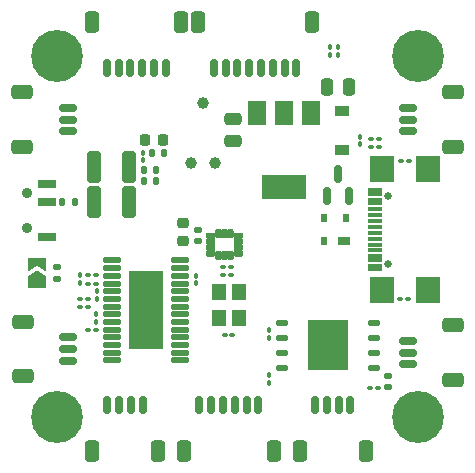
<source format=gbr>
%TF.GenerationSoftware,KiCad,Pcbnew,(6.0.4)*%
%TF.CreationDate,2023-01-18T12:07:05-06:00*%
%TF.ProjectId,Flight_Controller,466c6967-6874-45f4-936f-6e74726f6c6c,rev?*%
%TF.SameCoordinates,Original*%
%TF.FileFunction,Soldermask,Bot*%
%TF.FilePolarity,Negative*%
%FSLAX46Y46*%
G04 Gerber Fmt 4.6, Leading zero omitted, Abs format (unit mm)*
G04 Created by KiCad (PCBNEW (6.0.4)) date 2023-01-18 12:07:05*
%MOMM*%
%LPD*%
G01*
G04 APERTURE LIST*
G04 Aperture macros list*
%AMRoundRect*
0 Rectangle with rounded corners*
0 $1 Rounding radius*
0 $2 $3 $4 $5 $6 $7 $8 $9 X,Y pos of 4 corners*
0 Add a 4 corners polygon primitive as box body*
4,1,4,$2,$3,$4,$5,$6,$7,$8,$9,$2,$3,0*
0 Add four circle primitives for the rounded corners*
1,1,$1+$1,$2,$3*
1,1,$1+$1,$4,$5*
1,1,$1+$1,$6,$7*
1,1,$1+$1,$8,$9*
0 Add four rect primitives between the rounded corners*
20,1,$1+$1,$2,$3,$4,$5,0*
20,1,$1+$1,$4,$5,$6,$7,0*
20,1,$1+$1,$6,$7,$8,$9,0*
20,1,$1+$1,$8,$9,$2,$3,0*%
%AMFreePoly0*
4,1,6,1.000000,0.000000,0.500000,-0.750000,-0.500000,-0.750000,-0.500000,0.750000,0.500000,0.750000,1.000000,0.000000,1.000000,0.000000,$1*%
%AMFreePoly1*
4,1,6,0.500000,-0.750000,-0.650000,-0.750000,-0.150000,0.000000,-0.650000,0.750000,0.500000,0.750000,0.500000,-0.750000,0.500000,-0.750000,$1*%
G04 Aperture macros list end*
%ADD10C,0.010000*%
%ADD11C,0.700000*%
%ADD12C,4.400000*%
%ADD13C,0.990600*%
%ADD14RoundRect,0.100000X0.130000X0.100000X-0.130000X0.100000X-0.130000X-0.100000X0.130000X-0.100000X0*%
%ADD15RoundRect,0.250000X0.475000X-0.250000X0.475000X0.250000X-0.475000X0.250000X-0.475000X-0.250000X0*%
%ADD16RoundRect,0.150000X-0.150000X-0.625000X0.150000X-0.625000X0.150000X0.625000X-0.150000X0.625000X0*%
%ADD17RoundRect,0.250000X-0.350000X-0.650000X0.350000X-0.650000X0.350000X0.650000X-0.350000X0.650000X0*%
%ADD18RoundRect,0.100000X-0.130000X-0.100000X0.130000X-0.100000X0.130000X0.100000X-0.130000X0.100000X0*%
%ADD19RoundRect,0.135000X0.135000X0.185000X-0.135000X0.185000X-0.135000X-0.185000X0.135000X-0.185000X0*%
%ADD20RoundRect,0.225000X0.225000X0.250000X-0.225000X0.250000X-0.225000X-0.250000X0.225000X-0.250000X0*%
%ADD21R,1.200000X1.400000*%
%ADD22RoundRect,0.100000X0.100000X-0.130000X0.100000X0.130000X-0.100000X0.130000X-0.100000X-0.130000X0*%
%ADD23RoundRect,0.250000X-0.250000X-0.475000X0.250000X-0.475000X0.250000X0.475000X-0.250000X0.475000X0*%
%ADD24RoundRect,0.150000X0.150000X-0.587500X0.150000X0.587500X-0.150000X0.587500X-0.150000X-0.587500X0*%
%ADD25RoundRect,0.135000X-0.135000X-0.185000X0.135000X-0.185000X0.135000X0.185000X-0.135000X0.185000X0*%
%ADD26RoundRect,0.026400X-0.443600X-0.193600X0.443600X-0.193600X0.443600X0.193600X-0.443600X0.193600X0*%
%ADD27R,3.400000X4.300000*%
%ADD28RoundRect,0.150000X-0.625000X0.150000X-0.625000X-0.150000X0.625000X-0.150000X0.625000X0.150000X0*%
%ADD29RoundRect,0.250000X-0.650000X0.350000X-0.650000X-0.350000X0.650000X-0.350000X0.650000X0.350000X0*%
%ADD30RoundRect,0.140000X-0.170000X0.140000X-0.170000X-0.140000X0.170000X-0.140000X0.170000X0.140000X0*%
%ADD31RoundRect,0.100000X-0.100000X0.130000X-0.100000X-0.130000X0.100000X-0.130000X0.100000X0.130000X0*%
%ADD32C,0.900000*%
%ADD33R,1.500000X0.700000*%
%ADD34RoundRect,0.140000X0.170000X-0.140000X0.170000X0.140000X-0.170000X0.140000X-0.170000X-0.140000X0*%
%ADD35R,1.500000X2.000000*%
%ADD36R,3.800000X2.000000*%
%ADD37RoundRect,0.150000X0.150000X0.625000X-0.150000X0.625000X-0.150000X-0.625000X0.150000X-0.625000X0*%
%ADD38RoundRect,0.250000X0.350000X0.650000X-0.350000X0.650000X-0.350000X-0.650000X0.350000X-0.650000X0*%
%ADD39RoundRect,0.150000X0.625000X-0.150000X0.625000X0.150000X-0.625000X0.150000X-0.625000X-0.150000X0*%
%ADD40RoundRect,0.250000X0.650000X-0.350000X0.650000X0.350000X-0.650000X0.350000X-0.650000X-0.350000X0*%
%ADD41R,1.200000X0.900000*%
%ADD42RoundRect,0.225000X0.250000X-0.225000X0.250000X0.225000X-0.250000X0.225000X-0.250000X-0.225000X0*%
%ADD43RoundRect,0.250000X-0.325000X-1.100000X0.325000X-1.100000X0.325000X1.100000X-0.325000X1.100000X0*%
%ADD44R,1.000000X0.700000*%
%ADD45R,0.600000X0.700000*%
%ADD46FreePoly0,90.000000*%
%ADD47FreePoly1,90.000000*%
%ADD48RoundRect,0.020500X0.719500X0.184500X-0.719500X0.184500X-0.719500X-0.184500X0.719500X-0.184500X0*%
%ADD49R,2.850000X6.700000*%
%ADD50C,0.650000*%
%ADD51R,1.150000X0.300000*%
%ADD52R,2.000000X2.180000*%
G04 APERTURE END LIST*
%TO.C,U1*%
G36*
X138010500Y-76876000D02*
G01*
X138017500Y-76877000D01*
X138029500Y-76879000D01*
X138036500Y-76881000D01*
X138042500Y-76883000D01*
X138060500Y-76892000D01*
X138065500Y-76895000D01*
X138070500Y-76899000D01*
X138076500Y-76903000D01*
X138081500Y-76907000D01*
X138085500Y-76912000D01*
X138090500Y-76916000D01*
X138094500Y-76921000D01*
X138098500Y-76927000D01*
X138102500Y-76932000D01*
X138105500Y-76938000D01*
X138108500Y-76943000D01*
X138114500Y-76955000D01*
X138116500Y-76961000D01*
X138118500Y-76968000D01*
X138120500Y-76980000D01*
X138121500Y-76987000D01*
X138122500Y-76993000D01*
X138122500Y-77207000D01*
X138121500Y-77213000D01*
X138120500Y-77220000D01*
X138118500Y-77232000D01*
X138116500Y-77239000D01*
X138114500Y-77245000D01*
X138108500Y-77257000D01*
X138105500Y-77262000D01*
X138102500Y-77268000D01*
X138098500Y-77273000D01*
X138094500Y-77279000D01*
X138090500Y-77284000D01*
X138085500Y-77288000D01*
X138081500Y-77293000D01*
X138076500Y-77297000D01*
X138070500Y-77301000D01*
X138065500Y-77305000D01*
X138060500Y-77308000D01*
X138042500Y-77317000D01*
X138036500Y-77319000D01*
X138029500Y-77321000D01*
X138017500Y-77323000D01*
X138010500Y-77324000D01*
X138004500Y-77325000D01*
X137550500Y-77325000D01*
X137544500Y-77324000D01*
X137537500Y-77323000D01*
X137525500Y-77321000D01*
X137518500Y-77319000D01*
X137512500Y-77317000D01*
X137494500Y-77308000D01*
X137489500Y-77305000D01*
X137484500Y-77301000D01*
X137478500Y-77297000D01*
X137473500Y-77293000D01*
X137469500Y-77288000D01*
X137464500Y-77284000D01*
X137460500Y-77279000D01*
X137456500Y-77273000D01*
X137452500Y-77268000D01*
X137449500Y-77262000D01*
X137446500Y-77257000D01*
X137440500Y-77245000D01*
X137438500Y-77239000D01*
X137436500Y-77232000D01*
X137434500Y-77220000D01*
X137433500Y-77213000D01*
X137432500Y-77207000D01*
X137432500Y-76993000D01*
X137433500Y-76987000D01*
X137434500Y-76980000D01*
X137436500Y-76968000D01*
X137438500Y-76961000D01*
X137440500Y-76955000D01*
X137446500Y-76943000D01*
X137449500Y-76938000D01*
X137452500Y-76932000D01*
X137456500Y-76927000D01*
X137460500Y-76921000D01*
X137464500Y-76916000D01*
X137469500Y-76912000D01*
X137473500Y-76907000D01*
X137478500Y-76903000D01*
X137484500Y-76899000D01*
X137489500Y-76895000D01*
X137494500Y-76892000D01*
X137512500Y-76883000D01*
X137518500Y-76881000D01*
X137525500Y-76879000D01*
X137537500Y-76877000D01*
X137544500Y-76876000D01*
X137550500Y-76875000D01*
X138004500Y-76875000D01*
X138010500Y-76876000D01*
G37*
D10*
X138010500Y-76876000D02*
X138017500Y-76877000D01*
X138029500Y-76879000D01*
X138036500Y-76881000D01*
X138042500Y-76883000D01*
X138060500Y-76892000D01*
X138065500Y-76895000D01*
X138070500Y-76899000D01*
X138076500Y-76903000D01*
X138081500Y-76907000D01*
X138085500Y-76912000D01*
X138090500Y-76916000D01*
X138094500Y-76921000D01*
X138098500Y-76927000D01*
X138102500Y-76932000D01*
X138105500Y-76938000D01*
X138108500Y-76943000D01*
X138114500Y-76955000D01*
X138116500Y-76961000D01*
X138118500Y-76968000D01*
X138120500Y-76980000D01*
X138121500Y-76987000D01*
X138122500Y-76993000D01*
X138122500Y-77207000D01*
X138121500Y-77213000D01*
X138120500Y-77220000D01*
X138118500Y-77232000D01*
X138116500Y-77239000D01*
X138114500Y-77245000D01*
X138108500Y-77257000D01*
X138105500Y-77262000D01*
X138102500Y-77268000D01*
X138098500Y-77273000D01*
X138094500Y-77279000D01*
X138090500Y-77284000D01*
X138085500Y-77288000D01*
X138081500Y-77293000D01*
X138076500Y-77297000D01*
X138070500Y-77301000D01*
X138065500Y-77305000D01*
X138060500Y-77308000D01*
X138042500Y-77317000D01*
X138036500Y-77319000D01*
X138029500Y-77321000D01*
X138017500Y-77323000D01*
X138010500Y-77324000D01*
X138004500Y-77325000D01*
X137550500Y-77325000D01*
X137544500Y-77324000D01*
X137537500Y-77323000D01*
X137525500Y-77321000D01*
X137518500Y-77319000D01*
X137512500Y-77317000D01*
X137494500Y-77308000D01*
X137489500Y-77305000D01*
X137484500Y-77301000D01*
X137478500Y-77297000D01*
X137473500Y-77293000D01*
X137469500Y-77288000D01*
X137464500Y-77284000D01*
X137460500Y-77279000D01*
X137456500Y-77273000D01*
X137452500Y-77268000D01*
X137449500Y-77262000D01*
X137446500Y-77257000D01*
X137440500Y-77245000D01*
X137438500Y-77239000D01*
X137436500Y-77232000D01*
X137434500Y-77220000D01*
X137433500Y-77213000D01*
X137432500Y-77207000D01*
X137432500Y-76993000D01*
X137433500Y-76987000D01*
X137434500Y-76980000D01*
X137436500Y-76968000D01*
X137438500Y-76961000D01*
X137440500Y-76955000D01*
X137446500Y-76943000D01*
X137449500Y-76938000D01*
X137452500Y-76932000D01*
X137456500Y-76927000D01*
X137460500Y-76921000D01*
X137464500Y-76916000D01*
X137469500Y-76912000D01*
X137473500Y-76907000D01*
X137478500Y-76903000D01*
X137484500Y-76899000D01*
X137489500Y-76895000D01*
X137494500Y-76892000D01*
X137512500Y-76883000D01*
X137518500Y-76881000D01*
X137525500Y-76879000D01*
X137537500Y-76877000D01*
X137544500Y-76876000D01*
X137550500Y-76875000D01*
X138004500Y-76875000D01*
X138010500Y-76876000D01*
G36*
X138010500Y-77376000D02*
G01*
X138017500Y-77377000D01*
X138029500Y-77379000D01*
X138036500Y-77381000D01*
X138042500Y-77383000D01*
X138060500Y-77392000D01*
X138065500Y-77395000D01*
X138070500Y-77399000D01*
X138076500Y-77403000D01*
X138081500Y-77407000D01*
X138085500Y-77412000D01*
X138090500Y-77416000D01*
X138094500Y-77421000D01*
X138098500Y-77427000D01*
X138102500Y-77432000D01*
X138105500Y-77438000D01*
X138108500Y-77443000D01*
X138114500Y-77455000D01*
X138116500Y-77461000D01*
X138118500Y-77468000D01*
X138120500Y-77480000D01*
X138121500Y-77487000D01*
X138122500Y-77493000D01*
X138122500Y-77707000D01*
X138121500Y-77713000D01*
X138120500Y-77720000D01*
X138118500Y-77732000D01*
X138116500Y-77739000D01*
X138114500Y-77745000D01*
X138108500Y-77757000D01*
X138105500Y-77762000D01*
X138102500Y-77768000D01*
X138098500Y-77773000D01*
X138094500Y-77779000D01*
X138090500Y-77784000D01*
X138085500Y-77788000D01*
X138081500Y-77793000D01*
X138076500Y-77797000D01*
X138070500Y-77801000D01*
X138065500Y-77805000D01*
X138060500Y-77808000D01*
X138042500Y-77817000D01*
X138036500Y-77819000D01*
X138029500Y-77821000D01*
X138017500Y-77823000D01*
X138010500Y-77824000D01*
X138004500Y-77825000D01*
X137550500Y-77825000D01*
X137544500Y-77824000D01*
X137537500Y-77823000D01*
X137525500Y-77821000D01*
X137518500Y-77819000D01*
X137512500Y-77817000D01*
X137494500Y-77808000D01*
X137489500Y-77805000D01*
X137484500Y-77801000D01*
X137478500Y-77797000D01*
X137473500Y-77793000D01*
X137469500Y-77788000D01*
X137464500Y-77784000D01*
X137460500Y-77779000D01*
X137456500Y-77773000D01*
X137452500Y-77768000D01*
X137449500Y-77762000D01*
X137446500Y-77757000D01*
X137440500Y-77745000D01*
X137438500Y-77739000D01*
X137436500Y-77732000D01*
X137434500Y-77720000D01*
X137433500Y-77713000D01*
X137432500Y-77707000D01*
X137432500Y-77493000D01*
X137433500Y-77487000D01*
X137434500Y-77480000D01*
X137436500Y-77468000D01*
X137438500Y-77461000D01*
X137440500Y-77455000D01*
X137446500Y-77443000D01*
X137449500Y-77438000D01*
X137452500Y-77432000D01*
X137456500Y-77427000D01*
X137460500Y-77421000D01*
X137464500Y-77416000D01*
X137469500Y-77412000D01*
X137473500Y-77407000D01*
X137478500Y-77403000D01*
X137484500Y-77399000D01*
X137489500Y-77395000D01*
X137494500Y-77392000D01*
X137512500Y-77383000D01*
X137518500Y-77381000D01*
X137525500Y-77379000D01*
X137537500Y-77377000D01*
X137544500Y-77376000D01*
X137550500Y-77375000D01*
X138004500Y-77375000D01*
X138010500Y-77376000D01*
G37*
X138010500Y-77376000D02*
X138017500Y-77377000D01*
X138029500Y-77379000D01*
X138036500Y-77381000D01*
X138042500Y-77383000D01*
X138060500Y-77392000D01*
X138065500Y-77395000D01*
X138070500Y-77399000D01*
X138076500Y-77403000D01*
X138081500Y-77407000D01*
X138085500Y-77412000D01*
X138090500Y-77416000D01*
X138094500Y-77421000D01*
X138098500Y-77427000D01*
X138102500Y-77432000D01*
X138105500Y-77438000D01*
X138108500Y-77443000D01*
X138114500Y-77455000D01*
X138116500Y-77461000D01*
X138118500Y-77468000D01*
X138120500Y-77480000D01*
X138121500Y-77487000D01*
X138122500Y-77493000D01*
X138122500Y-77707000D01*
X138121500Y-77713000D01*
X138120500Y-77720000D01*
X138118500Y-77732000D01*
X138116500Y-77739000D01*
X138114500Y-77745000D01*
X138108500Y-77757000D01*
X138105500Y-77762000D01*
X138102500Y-77768000D01*
X138098500Y-77773000D01*
X138094500Y-77779000D01*
X138090500Y-77784000D01*
X138085500Y-77788000D01*
X138081500Y-77793000D01*
X138076500Y-77797000D01*
X138070500Y-77801000D01*
X138065500Y-77805000D01*
X138060500Y-77808000D01*
X138042500Y-77817000D01*
X138036500Y-77819000D01*
X138029500Y-77821000D01*
X138017500Y-77823000D01*
X138010500Y-77824000D01*
X138004500Y-77825000D01*
X137550500Y-77825000D01*
X137544500Y-77824000D01*
X137537500Y-77823000D01*
X137525500Y-77821000D01*
X137518500Y-77819000D01*
X137512500Y-77817000D01*
X137494500Y-77808000D01*
X137489500Y-77805000D01*
X137484500Y-77801000D01*
X137478500Y-77797000D01*
X137473500Y-77793000D01*
X137469500Y-77788000D01*
X137464500Y-77784000D01*
X137460500Y-77779000D01*
X137456500Y-77773000D01*
X137452500Y-77768000D01*
X137449500Y-77762000D01*
X137446500Y-77757000D01*
X137440500Y-77745000D01*
X137438500Y-77739000D01*
X137436500Y-77732000D01*
X137434500Y-77720000D01*
X137433500Y-77713000D01*
X137432500Y-77707000D01*
X137432500Y-77493000D01*
X137433500Y-77487000D01*
X137434500Y-77480000D01*
X137436500Y-77468000D01*
X137438500Y-77461000D01*
X137440500Y-77455000D01*
X137446500Y-77443000D01*
X137449500Y-77438000D01*
X137452500Y-77432000D01*
X137456500Y-77427000D01*
X137460500Y-77421000D01*
X137464500Y-77416000D01*
X137469500Y-77412000D01*
X137473500Y-77407000D01*
X137478500Y-77403000D01*
X137484500Y-77399000D01*
X137489500Y-77395000D01*
X137494500Y-77392000D01*
X137512500Y-77383000D01*
X137518500Y-77381000D01*
X137525500Y-77379000D01*
X137537500Y-77377000D01*
X137544500Y-77376000D01*
X137550500Y-77375000D01*
X138004500Y-77375000D01*
X138010500Y-77376000D01*
G36*
X136725500Y-78421000D02*
G01*
X136732500Y-78422000D01*
X136744500Y-78424000D01*
X136751500Y-78426000D01*
X136757500Y-78428000D01*
X136769500Y-78434000D01*
X136774500Y-78437000D01*
X136780500Y-78440000D01*
X136785500Y-78444000D01*
X136791500Y-78448000D01*
X136796500Y-78452000D01*
X136800500Y-78457000D01*
X136805500Y-78461000D01*
X136809500Y-78466000D01*
X136813500Y-78472000D01*
X136817500Y-78477000D01*
X136820500Y-78482000D01*
X136829500Y-78500000D01*
X136831500Y-78506000D01*
X136833500Y-78513000D01*
X136835500Y-78525000D01*
X136836500Y-78532000D01*
X136837500Y-78538000D01*
X136837500Y-78992000D01*
X136836500Y-78998000D01*
X136835500Y-79005000D01*
X136833500Y-79017000D01*
X136831500Y-79024000D01*
X136829500Y-79030000D01*
X136820500Y-79048000D01*
X136817500Y-79053000D01*
X136813500Y-79058000D01*
X136809500Y-79064000D01*
X136805500Y-79069000D01*
X136800500Y-79073000D01*
X136796500Y-79078000D01*
X136791500Y-79082000D01*
X136785500Y-79086000D01*
X136780500Y-79090000D01*
X136775500Y-79093000D01*
X136757500Y-79102000D01*
X136751500Y-79104000D01*
X136744500Y-79106000D01*
X136732500Y-79108000D01*
X136725500Y-79109000D01*
X136719500Y-79110000D01*
X136505500Y-79110000D01*
X136499500Y-79109000D01*
X136492500Y-79108000D01*
X136480500Y-79106000D01*
X136473500Y-79104000D01*
X136467500Y-79102000D01*
X136449500Y-79093000D01*
X136444500Y-79090000D01*
X136439500Y-79086000D01*
X136433500Y-79082000D01*
X136428500Y-79078000D01*
X136424500Y-79073000D01*
X136419500Y-79069000D01*
X136415500Y-79064000D01*
X136411500Y-79058000D01*
X136407500Y-79053000D01*
X136404500Y-79048000D01*
X136395500Y-79030000D01*
X136393500Y-79024000D01*
X136391500Y-79017000D01*
X136389500Y-79005000D01*
X136388500Y-78998000D01*
X136387500Y-78992000D01*
X136387500Y-78538000D01*
X136388500Y-78532000D01*
X136389500Y-78525000D01*
X136391500Y-78513000D01*
X136393500Y-78506000D01*
X136395500Y-78500000D01*
X136404500Y-78482000D01*
X136407500Y-78477000D01*
X136411500Y-78472000D01*
X136415500Y-78466000D01*
X136419500Y-78461000D01*
X136424500Y-78457000D01*
X136428500Y-78452000D01*
X136433500Y-78448000D01*
X136439500Y-78444000D01*
X136444500Y-78440000D01*
X136449500Y-78437000D01*
X136467500Y-78428000D01*
X136473500Y-78426000D01*
X136480500Y-78424000D01*
X136492500Y-78422000D01*
X136499500Y-78421000D01*
X136505500Y-78420000D01*
X136719500Y-78420000D01*
X136725500Y-78421000D01*
G37*
X136725500Y-78421000D02*
X136732500Y-78422000D01*
X136744500Y-78424000D01*
X136751500Y-78426000D01*
X136757500Y-78428000D01*
X136769500Y-78434000D01*
X136774500Y-78437000D01*
X136780500Y-78440000D01*
X136785500Y-78444000D01*
X136791500Y-78448000D01*
X136796500Y-78452000D01*
X136800500Y-78457000D01*
X136805500Y-78461000D01*
X136809500Y-78466000D01*
X136813500Y-78472000D01*
X136817500Y-78477000D01*
X136820500Y-78482000D01*
X136829500Y-78500000D01*
X136831500Y-78506000D01*
X136833500Y-78513000D01*
X136835500Y-78525000D01*
X136836500Y-78532000D01*
X136837500Y-78538000D01*
X136837500Y-78992000D01*
X136836500Y-78998000D01*
X136835500Y-79005000D01*
X136833500Y-79017000D01*
X136831500Y-79024000D01*
X136829500Y-79030000D01*
X136820500Y-79048000D01*
X136817500Y-79053000D01*
X136813500Y-79058000D01*
X136809500Y-79064000D01*
X136805500Y-79069000D01*
X136800500Y-79073000D01*
X136796500Y-79078000D01*
X136791500Y-79082000D01*
X136785500Y-79086000D01*
X136780500Y-79090000D01*
X136775500Y-79093000D01*
X136757500Y-79102000D01*
X136751500Y-79104000D01*
X136744500Y-79106000D01*
X136732500Y-79108000D01*
X136725500Y-79109000D01*
X136719500Y-79110000D01*
X136505500Y-79110000D01*
X136499500Y-79109000D01*
X136492500Y-79108000D01*
X136480500Y-79106000D01*
X136473500Y-79104000D01*
X136467500Y-79102000D01*
X136449500Y-79093000D01*
X136444500Y-79090000D01*
X136439500Y-79086000D01*
X136433500Y-79082000D01*
X136428500Y-79078000D01*
X136424500Y-79073000D01*
X136419500Y-79069000D01*
X136415500Y-79064000D01*
X136411500Y-79058000D01*
X136407500Y-79053000D01*
X136404500Y-79048000D01*
X136395500Y-79030000D01*
X136393500Y-79024000D01*
X136391500Y-79017000D01*
X136389500Y-79005000D01*
X136388500Y-78998000D01*
X136387500Y-78992000D01*
X136387500Y-78538000D01*
X136388500Y-78532000D01*
X136389500Y-78525000D01*
X136391500Y-78513000D01*
X136393500Y-78506000D01*
X136395500Y-78500000D01*
X136404500Y-78482000D01*
X136407500Y-78477000D01*
X136411500Y-78472000D01*
X136415500Y-78466000D01*
X136419500Y-78461000D01*
X136424500Y-78457000D01*
X136428500Y-78452000D01*
X136433500Y-78448000D01*
X136439500Y-78444000D01*
X136444500Y-78440000D01*
X136449500Y-78437000D01*
X136467500Y-78428000D01*
X136473500Y-78426000D01*
X136480500Y-78424000D01*
X136492500Y-78422000D01*
X136499500Y-78421000D01*
X136505500Y-78420000D01*
X136719500Y-78420000D01*
X136725500Y-78421000D01*
G36*
X135680500Y-76876000D02*
G01*
X135687500Y-76877000D01*
X135699500Y-76879000D01*
X135706500Y-76881000D01*
X135712500Y-76883000D01*
X135730500Y-76892000D01*
X135735500Y-76895000D01*
X135740500Y-76899000D01*
X135746500Y-76903000D01*
X135751500Y-76907000D01*
X135755500Y-76912000D01*
X135760500Y-76916000D01*
X135764500Y-76921000D01*
X135768500Y-76927000D01*
X135772500Y-76932000D01*
X135775500Y-76938000D01*
X135778500Y-76943000D01*
X135784500Y-76955000D01*
X135786500Y-76961000D01*
X135788500Y-76968000D01*
X135790500Y-76980000D01*
X135791500Y-76987000D01*
X135792500Y-76993000D01*
X135792500Y-77207000D01*
X135791500Y-77213000D01*
X135790500Y-77220000D01*
X135788500Y-77232000D01*
X135786500Y-77239000D01*
X135784500Y-77245000D01*
X135778500Y-77257000D01*
X135775500Y-77262000D01*
X135772500Y-77268000D01*
X135768500Y-77273000D01*
X135764500Y-77279000D01*
X135760500Y-77284000D01*
X135755500Y-77288000D01*
X135751500Y-77293000D01*
X135746500Y-77297000D01*
X135740500Y-77301000D01*
X135735500Y-77305000D01*
X135730500Y-77308000D01*
X135712500Y-77317000D01*
X135706500Y-77319000D01*
X135699500Y-77321000D01*
X135687500Y-77323000D01*
X135680500Y-77324000D01*
X135674500Y-77325000D01*
X135220500Y-77325000D01*
X135214500Y-77324000D01*
X135207500Y-77323000D01*
X135195500Y-77321000D01*
X135188500Y-77319000D01*
X135182500Y-77317000D01*
X135164500Y-77308000D01*
X135159500Y-77305000D01*
X135154500Y-77301000D01*
X135148500Y-77297000D01*
X135143500Y-77293000D01*
X135139500Y-77288000D01*
X135134500Y-77284000D01*
X135130500Y-77279000D01*
X135126500Y-77273000D01*
X135122500Y-77268000D01*
X135119500Y-77262000D01*
X135116500Y-77257000D01*
X135110500Y-77245000D01*
X135108500Y-77239000D01*
X135106500Y-77232000D01*
X135104500Y-77220000D01*
X135103500Y-77213000D01*
X135102500Y-77207000D01*
X135102500Y-76993000D01*
X135103500Y-76987000D01*
X135104500Y-76980000D01*
X135106500Y-76968000D01*
X135108500Y-76961000D01*
X135110500Y-76955000D01*
X135116500Y-76943000D01*
X135119500Y-76938000D01*
X135122500Y-76932000D01*
X135126500Y-76927000D01*
X135130500Y-76921000D01*
X135134500Y-76916000D01*
X135139500Y-76912000D01*
X135143500Y-76907000D01*
X135148500Y-76903000D01*
X135154500Y-76899000D01*
X135159500Y-76895000D01*
X135164500Y-76892000D01*
X135182500Y-76883000D01*
X135188500Y-76881000D01*
X135195500Y-76879000D01*
X135207500Y-76877000D01*
X135214500Y-76876000D01*
X135220500Y-76875000D01*
X135674500Y-76875000D01*
X135680500Y-76876000D01*
G37*
X135680500Y-76876000D02*
X135687500Y-76877000D01*
X135699500Y-76879000D01*
X135706500Y-76881000D01*
X135712500Y-76883000D01*
X135730500Y-76892000D01*
X135735500Y-76895000D01*
X135740500Y-76899000D01*
X135746500Y-76903000D01*
X135751500Y-76907000D01*
X135755500Y-76912000D01*
X135760500Y-76916000D01*
X135764500Y-76921000D01*
X135768500Y-76927000D01*
X135772500Y-76932000D01*
X135775500Y-76938000D01*
X135778500Y-76943000D01*
X135784500Y-76955000D01*
X135786500Y-76961000D01*
X135788500Y-76968000D01*
X135790500Y-76980000D01*
X135791500Y-76987000D01*
X135792500Y-76993000D01*
X135792500Y-77207000D01*
X135791500Y-77213000D01*
X135790500Y-77220000D01*
X135788500Y-77232000D01*
X135786500Y-77239000D01*
X135784500Y-77245000D01*
X135778500Y-77257000D01*
X135775500Y-77262000D01*
X135772500Y-77268000D01*
X135768500Y-77273000D01*
X135764500Y-77279000D01*
X135760500Y-77284000D01*
X135755500Y-77288000D01*
X135751500Y-77293000D01*
X135746500Y-77297000D01*
X135740500Y-77301000D01*
X135735500Y-77305000D01*
X135730500Y-77308000D01*
X135712500Y-77317000D01*
X135706500Y-77319000D01*
X135699500Y-77321000D01*
X135687500Y-77323000D01*
X135680500Y-77324000D01*
X135674500Y-77325000D01*
X135220500Y-77325000D01*
X135214500Y-77324000D01*
X135207500Y-77323000D01*
X135195500Y-77321000D01*
X135188500Y-77319000D01*
X135182500Y-77317000D01*
X135164500Y-77308000D01*
X135159500Y-77305000D01*
X135154500Y-77301000D01*
X135148500Y-77297000D01*
X135143500Y-77293000D01*
X135139500Y-77288000D01*
X135134500Y-77284000D01*
X135130500Y-77279000D01*
X135126500Y-77273000D01*
X135122500Y-77268000D01*
X135119500Y-77262000D01*
X135116500Y-77257000D01*
X135110500Y-77245000D01*
X135108500Y-77239000D01*
X135106500Y-77232000D01*
X135104500Y-77220000D01*
X135103500Y-77213000D01*
X135102500Y-77207000D01*
X135102500Y-76993000D01*
X135103500Y-76987000D01*
X135104500Y-76980000D01*
X135106500Y-76968000D01*
X135108500Y-76961000D01*
X135110500Y-76955000D01*
X135116500Y-76943000D01*
X135119500Y-76938000D01*
X135122500Y-76932000D01*
X135126500Y-76927000D01*
X135130500Y-76921000D01*
X135134500Y-76916000D01*
X135139500Y-76912000D01*
X135143500Y-76907000D01*
X135148500Y-76903000D01*
X135154500Y-76899000D01*
X135159500Y-76895000D01*
X135164500Y-76892000D01*
X135182500Y-76883000D01*
X135188500Y-76881000D01*
X135195500Y-76879000D01*
X135207500Y-76877000D01*
X135214500Y-76876000D01*
X135220500Y-76875000D01*
X135674500Y-76875000D01*
X135680500Y-76876000D01*
G36*
X136725500Y-76591000D02*
G01*
X136732500Y-76592000D01*
X136744500Y-76594000D01*
X136751500Y-76596000D01*
X136757500Y-76598000D01*
X136769500Y-76604000D01*
X136774500Y-76607000D01*
X136780500Y-76610000D01*
X136785500Y-76614000D01*
X136791500Y-76618000D01*
X136796500Y-76622000D01*
X136800500Y-76627000D01*
X136805500Y-76631000D01*
X136809500Y-76636000D01*
X136813500Y-76642000D01*
X136817500Y-76647000D01*
X136820500Y-76652000D01*
X136829500Y-76670000D01*
X136831500Y-76676000D01*
X136833500Y-76683000D01*
X136835500Y-76695000D01*
X136836500Y-76702000D01*
X136837500Y-76708000D01*
X136837500Y-77162000D01*
X136836500Y-77168000D01*
X136835500Y-77175000D01*
X136833500Y-77187000D01*
X136831500Y-77194000D01*
X136829500Y-77200000D01*
X136820500Y-77218000D01*
X136817500Y-77223000D01*
X136813500Y-77228000D01*
X136809500Y-77234000D01*
X136805500Y-77239000D01*
X136800500Y-77243000D01*
X136796500Y-77248000D01*
X136791500Y-77252000D01*
X136785500Y-77256000D01*
X136780500Y-77260000D01*
X136775500Y-77263000D01*
X136757500Y-77272000D01*
X136751500Y-77274000D01*
X136744500Y-77276000D01*
X136732500Y-77278000D01*
X136725500Y-77279000D01*
X136719500Y-77280000D01*
X136505500Y-77280000D01*
X136499500Y-77279000D01*
X136492500Y-77278000D01*
X136480500Y-77276000D01*
X136473500Y-77274000D01*
X136467500Y-77272000D01*
X136449500Y-77263000D01*
X136444500Y-77260000D01*
X136439500Y-77256000D01*
X136433500Y-77252000D01*
X136428500Y-77248000D01*
X136424500Y-77243000D01*
X136419500Y-77239000D01*
X136415500Y-77234000D01*
X136411500Y-77228000D01*
X136407500Y-77223000D01*
X136404500Y-77218000D01*
X136395500Y-77200000D01*
X136393500Y-77194000D01*
X136391500Y-77187000D01*
X136389500Y-77175000D01*
X136388500Y-77168000D01*
X136387500Y-77162000D01*
X136387500Y-76708000D01*
X136388500Y-76702000D01*
X136389500Y-76695000D01*
X136391500Y-76683000D01*
X136393500Y-76676000D01*
X136395500Y-76670000D01*
X136404500Y-76652000D01*
X136407500Y-76647000D01*
X136411500Y-76642000D01*
X136415500Y-76636000D01*
X136419500Y-76631000D01*
X136424500Y-76627000D01*
X136428500Y-76622000D01*
X136433500Y-76618000D01*
X136439500Y-76614000D01*
X136444500Y-76610000D01*
X136449500Y-76607000D01*
X136467500Y-76598000D01*
X136473500Y-76596000D01*
X136480500Y-76594000D01*
X136492500Y-76592000D01*
X136499500Y-76591000D01*
X136505500Y-76590000D01*
X136719500Y-76590000D01*
X136725500Y-76591000D01*
G37*
X136725500Y-76591000D02*
X136732500Y-76592000D01*
X136744500Y-76594000D01*
X136751500Y-76596000D01*
X136757500Y-76598000D01*
X136769500Y-76604000D01*
X136774500Y-76607000D01*
X136780500Y-76610000D01*
X136785500Y-76614000D01*
X136791500Y-76618000D01*
X136796500Y-76622000D01*
X136800500Y-76627000D01*
X136805500Y-76631000D01*
X136809500Y-76636000D01*
X136813500Y-76642000D01*
X136817500Y-76647000D01*
X136820500Y-76652000D01*
X136829500Y-76670000D01*
X136831500Y-76676000D01*
X136833500Y-76683000D01*
X136835500Y-76695000D01*
X136836500Y-76702000D01*
X136837500Y-76708000D01*
X136837500Y-77162000D01*
X136836500Y-77168000D01*
X136835500Y-77175000D01*
X136833500Y-77187000D01*
X136831500Y-77194000D01*
X136829500Y-77200000D01*
X136820500Y-77218000D01*
X136817500Y-77223000D01*
X136813500Y-77228000D01*
X136809500Y-77234000D01*
X136805500Y-77239000D01*
X136800500Y-77243000D01*
X136796500Y-77248000D01*
X136791500Y-77252000D01*
X136785500Y-77256000D01*
X136780500Y-77260000D01*
X136775500Y-77263000D01*
X136757500Y-77272000D01*
X136751500Y-77274000D01*
X136744500Y-77276000D01*
X136732500Y-77278000D01*
X136725500Y-77279000D01*
X136719500Y-77280000D01*
X136505500Y-77280000D01*
X136499500Y-77279000D01*
X136492500Y-77278000D01*
X136480500Y-77276000D01*
X136473500Y-77274000D01*
X136467500Y-77272000D01*
X136449500Y-77263000D01*
X136444500Y-77260000D01*
X136439500Y-77256000D01*
X136433500Y-77252000D01*
X136428500Y-77248000D01*
X136424500Y-77243000D01*
X136419500Y-77239000D01*
X136415500Y-77234000D01*
X136411500Y-77228000D01*
X136407500Y-77223000D01*
X136404500Y-77218000D01*
X136395500Y-77200000D01*
X136393500Y-77194000D01*
X136391500Y-77187000D01*
X136389500Y-77175000D01*
X136388500Y-77168000D01*
X136387500Y-77162000D01*
X136387500Y-76708000D01*
X136388500Y-76702000D01*
X136389500Y-76695000D01*
X136391500Y-76683000D01*
X136393500Y-76676000D01*
X136395500Y-76670000D01*
X136404500Y-76652000D01*
X136407500Y-76647000D01*
X136411500Y-76642000D01*
X136415500Y-76636000D01*
X136419500Y-76631000D01*
X136424500Y-76627000D01*
X136428500Y-76622000D01*
X136433500Y-76618000D01*
X136439500Y-76614000D01*
X136444500Y-76610000D01*
X136449500Y-76607000D01*
X136467500Y-76598000D01*
X136473500Y-76596000D01*
X136480500Y-76594000D01*
X136492500Y-76592000D01*
X136499500Y-76591000D01*
X136505500Y-76590000D01*
X136719500Y-76590000D01*
X136725500Y-76591000D01*
G36*
X136225500Y-76591000D02*
G01*
X136232500Y-76592000D01*
X136244500Y-76594000D01*
X136251500Y-76596000D01*
X136257500Y-76598000D01*
X136269500Y-76604000D01*
X136274500Y-76607000D01*
X136280500Y-76610000D01*
X136285500Y-76614000D01*
X136291500Y-76618000D01*
X136296500Y-76622000D01*
X136300500Y-76627000D01*
X136305500Y-76631000D01*
X136309500Y-76636000D01*
X136313500Y-76642000D01*
X136317500Y-76647000D01*
X136320500Y-76652000D01*
X136329500Y-76670000D01*
X136331500Y-76676000D01*
X136333500Y-76683000D01*
X136335500Y-76695000D01*
X136336500Y-76702000D01*
X136337500Y-76708000D01*
X136337500Y-77162000D01*
X136336500Y-77168000D01*
X136335500Y-77175000D01*
X136333500Y-77187000D01*
X136331500Y-77194000D01*
X136329500Y-77200000D01*
X136320500Y-77218000D01*
X136317500Y-77223000D01*
X136313500Y-77228000D01*
X136309500Y-77234000D01*
X136305500Y-77239000D01*
X136300500Y-77243000D01*
X136296500Y-77248000D01*
X136291500Y-77252000D01*
X136285500Y-77256000D01*
X136280500Y-77260000D01*
X136275500Y-77263000D01*
X136257500Y-77272000D01*
X136251500Y-77274000D01*
X136244500Y-77276000D01*
X136232500Y-77278000D01*
X136225500Y-77279000D01*
X136219500Y-77280000D01*
X136005500Y-77280000D01*
X135999500Y-77279000D01*
X135992500Y-77278000D01*
X135980500Y-77276000D01*
X135973500Y-77274000D01*
X135967500Y-77272000D01*
X135955500Y-77266000D01*
X135950500Y-77263000D01*
X135944500Y-77260000D01*
X135939500Y-77256000D01*
X135933500Y-77252000D01*
X135928500Y-77248000D01*
X135924500Y-77243000D01*
X135919500Y-77239000D01*
X135915500Y-77234000D01*
X135911500Y-77228000D01*
X135907500Y-77223000D01*
X135904500Y-77218000D01*
X135895500Y-77200000D01*
X135893500Y-77194000D01*
X135891500Y-77187000D01*
X135889500Y-77175000D01*
X135888500Y-77168000D01*
X135887500Y-77162000D01*
X135887500Y-76708000D01*
X135888500Y-76702000D01*
X135889500Y-76695000D01*
X135891500Y-76683000D01*
X135893500Y-76676000D01*
X135895500Y-76670000D01*
X135904500Y-76652000D01*
X135907500Y-76647000D01*
X135911500Y-76642000D01*
X135915500Y-76636000D01*
X135919500Y-76631000D01*
X135924500Y-76627000D01*
X135928500Y-76622000D01*
X135933500Y-76618000D01*
X135939500Y-76614000D01*
X135944500Y-76610000D01*
X135950500Y-76607000D01*
X135955500Y-76604000D01*
X135967500Y-76598000D01*
X135973500Y-76596000D01*
X135980500Y-76594000D01*
X135992500Y-76592000D01*
X135999500Y-76591000D01*
X136005500Y-76590000D01*
X136219500Y-76590000D01*
X136225500Y-76591000D01*
G37*
X136225500Y-76591000D02*
X136232500Y-76592000D01*
X136244500Y-76594000D01*
X136251500Y-76596000D01*
X136257500Y-76598000D01*
X136269500Y-76604000D01*
X136274500Y-76607000D01*
X136280500Y-76610000D01*
X136285500Y-76614000D01*
X136291500Y-76618000D01*
X136296500Y-76622000D01*
X136300500Y-76627000D01*
X136305500Y-76631000D01*
X136309500Y-76636000D01*
X136313500Y-76642000D01*
X136317500Y-76647000D01*
X136320500Y-76652000D01*
X136329500Y-76670000D01*
X136331500Y-76676000D01*
X136333500Y-76683000D01*
X136335500Y-76695000D01*
X136336500Y-76702000D01*
X136337500Y-76708000D01*
X136337500Y-77162000D01*
X136336500Y-77168000D01*
X136335500Y-77175000D01*
X136333500Y-77187000D01*
X136331500Y-77194000D01*
X136329500Y-77200000D01*
X136320500Y-77218000D01*
X136317500Y-77223000D01*
X136313500Y-77228000D01*
X136309500Y-77234000D01*
X136305500Y-77239000D01*
X136300500Y-77243000D01*
X136296500Y-77248000D01*
X136291500Y-77252000D01*
X136285500Y-77256000D01*
X136280500Y-77260000D01*
X136275500Y-77263000D01*
X136257500Y-77272000D01*
X136251500Y-77274000D01*
X136244500Y-77276000D01*
X136232500Y-77278000D01*
X136225500Y-77279000D01*
X136219500Y-77280000D01*
X136005500Y-77280000D01*
X135999500Y-77279000D01*
X135992500Y-77278000D01*
X135980500Y-77276000D01*
X135973500Y-77274000D01*
X135967500Y-77272000D01*
X135955500Y-77266000D01*
X135950500Y-77263000D01*
X135944500Y-77260000D01*
X135939500Y-77256000D01*
X135933500Y-77252000D01*
X135928500Y-77248000D01*
X135924500Y-77243000D01*
X135919500Y-77239000D01*
X135915500Y-77234000D01*
X135911500Y-77228000D01*
X135907500Y-77223000D01*
X135904500Y-77218000D01*
X135895500Y-77200000D01*
X135893500Y-77194000D01*
X135891500Y-77187000D01*
X135889500Y-77175000D01*
X135888500Y-77168000D01*
X135887500Y-77162000D01*
X135887500Y-76708000D01*
X135888500Y-76702000D01*
X135889500Y-76695000D01*
X135891500Y-76683000D01*
X135893500Y-76676000D01*
X135895500Y-76670000D01*
X135904500Y-76652000D01*
X135907500Y-76647000D01*
X135911500Y-76642000D01*
X135915500Y-76636000D01*
X135919500Y-76631000D01*
X135924500Y-76627000D01*
X135928500Y-76622000D01*
X135933500Y-76618000D01*
X135939500Y-76614000D01*
X135944500Y-76610000D01*
X135950500Y-76607000D01*
X135955500Y-76604000D01*
X135967500Y-76598000D01*
X135973500Y-76596000D01*
X135980500Y-76594000D01*
X135992500Y-76592000D01*
X135999500Y-76591000D01*
X136005500Y-76590000D01*
X136219500Y-76590000D01*
X136225500Y-76591000D01*
G36*
X138010500Y-77876000D02*
G01*
X138017500Y-77877000D01*
X138029500Y-77879000D01*
X138036500Y-77881000D01*
X138042500Y-77883000D01*
X138060500Y-77892000D01*
X138065500Y-77895000D01*
X138070500Y-77899000D01*
X138076500Y-77903000D01*
X138081500Y-77907000D01*
X138085500Y-77912000D01*
X138090500Y-77916000D01*
X138094500Y-77921000D01*
X138098500Y-77927000D01*
X138102500Y-77932000D01*
X138105500Y-77938000D01*
X138108500Y-77943000D01*
X138114500Y-77955000D01*
X138116500Y-77961000D01*
X138118500Y-77968000D01*
X138120500Y-77980000D01*
X138121500Y-77987000D01*
X138122500Y-77993000D01*
X138122500Y-78207000D01*
X138121500Y-78213000D01*
X138120500Y-78220000D01*
X138118500Y-78232000D01*
X138116500Y-78239000D01*
X138114500Y-78245000D01*
X138108500Y-78257000D01*
X138105500Y-78262000D01*
X138102500Y-78268000D01*
X138098500Y-78273000D01*
X138094500Y-78279000D01*
X138090500Y-78284000D01*
X138085500Y-78288000D01*
X138081500Y-78293000D01*
X138076500Y-78297000D01*
X138070500Y-78301000D01*
X138065500Y-78305000D01*
X138060500Y-78308000D01*
X138042500Y-78317000D01*
X138036500Y-78319000D01*
X138029500Y-78321000D01*
X138017500Y-78323000D01*
X138010500Y-78324000D01*
X138004500Y-78325000D01*
X137550500Y-78325000D01*
X137544500Y-78324000D01*
X137537500Y-78323000D01*
X137525500Y-78321000D01*
X137518500Y-78319000D01*
X137512500Y-78317000D01*
X137494500Y-78308000D01*
X137489500Y-78305000D01*
X137484500Y-78301000D01*
X137478500Y-78297000D01*
X137473500Y-78293000D01*
X137469500Y-78288000D01*
X137464500Y-78284000D01*
X137460500Y-78279000D01*
X137456500Y-78273000D01*
X137452500Y-78268000D01*
X137449500Y-78262000D01*
X137446500Y-78257000D01*
X137440500Y-78245000D01*
X137438500Y-78239000D01*
X137436500Y-78232000D01*
X137434500Y-78220000D01*
X137433500Y-78213000D01*
X137432500Y-78207000D01*
X137432500Y-77993000D01*
X137433500Y-77987000D01*
X137434500Y-77980000D01*
X137436500Y-77968000D01*
X137438500Y-77961000D01*
X137440500Y-77955000D01*
X137446500Y-77943000D01*
X137449500Y-77938000D01*
X137452500Y-77932000D01*
X137456500Y-77927000D01*
X137460500Y-77921000D01*
X137464500Y-77916000D01*
X137469500Y-77912000D01*
X137473500Y-77907000D01*
X137478500Y-77903000D01*
X137484500Y-77899000D01*
X137489500Y-77895000D01*
X137494500Y-77892000D01*
X137512500Y-77883000D01*
X137518500Y-77881000D01*
X137525500Y-77879000D01*
X137537500Y-77877000D01*
X137544500Y-77876000D01*
X137550500Y-77875000D01*
X138004500Y-77875000D01*
X138010500Y-77876000D01*
G37*
X138010500Y-77876000D02*
X138017500Y-77877000D01*
X138029500Y-77879000D01*
X138036500Y-77881000D01*
X138042500Y-77883000D01*
X138060500Y-77892000D01*
X138065500Y-77895000D01*
X138070500Y-77899000D01*
X138076500Y-77903000D01*
X138081500Y-77907000D01*
X138085500Y-77912000D01*
X138090500Y-77916000D01*
X138094500Y-77921000D01*
X138098500Y-77927000D01*
X138102500Y-77932000D01*
X138105500Y-77938000D01*
X138108500Y-77943000D01*
X138114500Y-77955000D01*
X138116500Y-77961000D01*
X138118500Y-77968000D01*
X138120500Y-77980000D01*
X138121500Y-77987000D01*
X138122500Y-77993000D01*
X138122500Y-78207000D01*
X138121500Y-78213000D01*
X138120500Y-78220000D01*
X138118500Y-78232000D01*
X138116500Y-78239000D01*
X138114500Y-78245000D01*
X138108500Y-78257000D01*
X138105500Y-78262000D01*
X138102500Y-78268000D01*
X138098500Y-78273000D01*
X138094500Y-78279000D01*
X138090500Y-78284000D01*
X138085500Y-78288000D01*
X138081500Y-78293000D01*
X138076500Y-78297000D01*
X138070500Y-78301000D01*
X138065500Y-78305000D01*
X138060500Y-78308000D01*
X138042500Y-78317000D01*
X138036500Y-78319000D01*
X138029500Y-78321000D01*
X138017500Y-78323000D01*
X138010500Y-78324000D01*
X138004500Y-78325000D01*
X137550500Y-78325000D01*
X137544500Y-78324000D01*
X137537500Y-78323000D01*
X137525500Y-78321000D01*
X137518500Y-78319000D01*
X137512500Y-78317000D01*
X137494500Y-78308000D01*
X137489500Y-78305000D01*
X137484500Y-78301000D01*
X137478500Y-78297000D01*
X137473500Y-78293000D01*
X137469500Y-78288000D01*
X137464500Y-78284000D01*
X137460500Y-78279000D01*
X137456500Y-78273000D01*
X137452500Y-78268000D01*
X137449500Y-78262000D01*
X137446500Y-78257000D01*
X137440500Y-78245000D01*
X137438500Y-78239000D01*
X137436500Y-78232000D01*
X137434500Y-78220000D01*
X137433500Y-78213000D01*
X137432500Y-78207000D01*
X137432500Y-77993000D01*
X137433500Y-77987000D01*
X137434500Y-77980000D01*
X137436500Y-77968000D01*
X137438500Y-77961000D01*
X137440500Y-77955000D01*
X137446500Y-77943000D01*
X137449500Y-77938000D01*
X137452500Y-77932000D01*
X137456500Y-77927000D01*
X137460500Y-77921000D01*
X137464500Y-77916000D01*
X137469500Y-77912000D01*
X137473500Y-77907000D01*
X137478500Y-77903000D01*
X137484500Y-77899000D01*
X137489500Y-77895000D01*
X137494500Y-77892000D01*
X137512500Y-77883000D01*
X137518500Y-77881000D01*
X137525500Y-77879000D01*
X137537500Y-77877000D01*
X137544500Y-77876000D01*
X137550500Y-77875000D01*
X138004500Y-77875000D01*
X138010500Y-77876000D01*
G36*
X135680500Y-78376000D02*
G01*
X135687500Y-78377000D01*
X135699500Y-78379000D01*
X135706500Y-78381000D01*
X135712500Y-78383000D01*
X135730500Y-78392000D01*
X135735500Y-78395000D01*
X135740500Y-78399000D01*
X135746500Y-78403000D01*
X135751500Y-78407000D01*
X135755500Y-78412000D01*
X135760500Y-78416000D01*
X135764500Y-78421000D01*
X135768500Y-78427000D01*
X135772500Y-78432000D01*
X135775500Y-78438000D01*
X135778500Y-78443000D01*
X135784500Y-78455000D01*
X135786500Y-78461000D01*
X135788500Y-78468000D01*
X135790500Y-78480000D01*
X135791500Y-78487000D01*
X135792500Y-78493000D01*
X135792500Y-78707000D01*
X135791500Y-78713000D01*
X135790500Y-78720000D01*
X135788500Y-78732000D01*
X135786500Y-78739000D01*
X135784500Y-78745000D01*
X135778500Y-78757000D01*
X135775500Y-78762000D01*
X135772500Y-78768000D01*
X135768500Y-78773000D01*
X135764500Y-78779000D01*
X135760500Y-78784000D01*
X135755500Y-78788000D01*
X135751500Y-78793000D01*
X135746500Y-78797000D01*
X135740500Y-78801000D01*
X135735500Y-78805000D01*
X135730500Y-78808000D01*
X135712500Y-78817000D01*
X135706500Y-78819000D01*
X135699500Y-78821000D01*
X135687500Y-78823000D01*
X135680500Y-78824000D01*
X135674500Y-78825000D01*
X135220500Y-78825000D01*
X135214500Y-78824000D01*
X135207500Y-78823000D01*
X135195500Y-78821000D01*
X135188500Y-78819000D01*
X135182500Y-78817000D01*
X135164500Y-78808000D01*
X135159500Y-78805000D01*
X135154500Y-78801000D01*
X135148500Y-78797000D01*
X135143500Y-78793000D01*
X135139500Y-78788000D01*
X135134500Y-78784000D01*
X135130500Y-78779000D01*
X135126500Y-78773000D01*
X135122500Y-78768000D01*
X135119500Y-78762000D01*
X135116500Y-78757000D01*
X135110500Y-78745000D01*
X135108500Y-78739000D01*
X135106500Y-78732000D01*
X135104500Y-78720000D01*
X135103500Y-78713000D01*
X135102500Y-78707000D01*
X135102500Y-78493000D01*
X135103500Y-78487000D01*
X135104500Y-78480000D01*
X135106500Y-78468000D01*
X135108500Y-78461000D01*
X135110500Y-78455000D01*
X135116500Y-78443000D01*
X135119500Y-78438000D01*
X135122500Y-78432000D01*
X135126500Y-78427000D01*
X135130500Y-78421000D01*
X135134500Y-78416000D01*
X135139500Y-78412000D01*
X135143500Y-78407000D01*
X135148500Y-78403000D01*
X135154500Y-78399000D01*
X135159500Y-78395000D01*
X135164500Y-78392000D01*
X135182500Y-78383000D01*
X135188500Y-78381000D01*
X135195500Y-78379000D01*
X135207500Y-78377000D01*
X135214500Y-78376000D01*
X135220500Y-78375000D01*
X135674500Y-78375000D01*
X135680500Y-78376000D01*
G37*
X135680500Y-78376000D02*
X135687500Y-78377000D01*
X135699500Y-78379000D01*
X135706500Y-78381000D01*
X135712500Y-78383000D01*
X135730500Y-78392000D01*
X135735500Y-78395000D01*
X135740500Y-78399000D01*
X135746500Y-78403000D01*
X135751500Y-78407000D01*
X135755500Y-78412000D01*
X135760500Y-78416000D01*
X135764500Y-78421000D01*
X135768500Y-78427000D01*
X135772500Y-78432000D01*
X135775500Y-78438000D01*
X135778500Y-78443000D01*
X135784500Y-78455000D01*
X135786500Y-78461000D01*
X135788500Y-78468000D01*
X135790500Y-78480000D01*
X135791500Y-78487000D01*
X135792500Y-78493000D01*
X135792500Y-78707000D01*
X135791500Y-78713000D01*
X135790500Y-78720000D01*
X135788500Y-78732000D01*
X135786500Y-78739000D01*
X135784500Y-78745000D01*
X135778500Y-78757000D01*
X135775500Y-78762000D01*
X135772500Y-78768000D01*
X135768500Y-78773000D01*
X135764500Y-78779000D01*
X135760500Y-78784000D01*
X135755500Y-78788000D01*
X135751500Y-78793000D01*
X135746500Y-78797000D01*
X135740500Y-78801000D01*
X135735500Y-78805000D01*
X135730500Y-78808000D01*
X135712500Y-78817000D01*
X135706500Y-78819000D01*
X135699500Y-78821000D01*
X135687500Y-78823000D01*
X135680500Y-78824000D01*
X135674500Y-78825000D01*
X135220500Y-78825000D01*
X135214500Y-78824000D01*
X135207500Y-78823000D01*
X135195500Y-78821000D01*
X135188500Y-78819000D01*
X135182500Y-78817000D01*
X135164500Y-78808000D01*
X135159500Y-78805000D01*
X135154500Y-78801000D01*
X135148500Y-78797000D01*
X135143500Y-78793000D01*
X135139500Y-78788000D01*
X135134500Y-78784000D01*
X135130500Y-78779000D01*
X135126500Y-78773000D01*
X135122500Y-78768000D01*
X135119500Y-78762000D01*
X135116500Y-78757000D01*
X135110500Y-78745000D01*
X135108500Y-78739000D01*
X135106500Y-78732000D01*
X135104500Y-78720000D01*
X135103500Y-78713000D01*
X135102500Y-78707000D01*
X135102500Y-78493000D01*
X135103500Y-78487000D01*
X135104500Y-78480000D01*
X135106500Y-78468000D01*
X135108500Y-78461000D01*
X135110500Y-78455000D01*
X135116500Y-78443000D01*
X135119500Y-78438000D01*
X135122500Y-78432000D01*
X135126500Y-78427000D01*
X135130500Y-78421000D01*
X135134500Y-78416000D01*
X135139500Y-78412000D01*
X135143500Y-78407000D01*
X135148500Y-78403000D01*
X135154500Y-78399000D01*
X135159500Y-78395000D01*
X135164500Y-78392000D01*
X135182500Y-78383000D01*
X135188500Y-78381000D01*
X135195500Y-78379000D01*
X135207500Y-78377000D01*
X135214500Y-78376000D01*
X135220500Y-78375000D01*
X135674500Y-78375000D01*
X135680500Y-78376000D01*
G36*
X138010500Y-78376000D02*
G01*
X138017500Y-78377000D01*
X138029500Y-78379000D01*
X138036500Y-78381000D01*
X138042500Y-78383000D01*
X138060500Y-78392000D01*
X138065500Y-78395000D01*
X138070500Y-78399000D01*
X138076500Y-78403000D01*
X138081500Y-78407000D01*
X138085500Y-78412000D01*
X138090500Y-78416000D01*
X138094500Y-78421000D01*
X138098500Y-78427000D01*
X138102500Y-78432000D01*
X138105500Y-78438000D01*
X138108500Y-78443000D01*
X138114500Y-78455000D01*
X138116500Y-78461000D01*
X138118500Y-78468000D01*
X138120500Y-78480000D01*
X138121500Y-78487000D01*
X138122500Y-78493000D01*
X138122500Y-78707000D01*
X138121500Y-78713000D01*
X138120500Y-78720000D01*
X138118500Y-78732000D01*
X138116500Y-78739000D01*
X138114500Y-78745000D01*
X138108500Y-78757000D01*
X138105500Y-78762000D01*
X138102500Y-78768000D01*
X138098500Y-78773000D01*
X138094500Y-78779000D01*
X138090500Y-78784000D01*
X138085500Y-78788000D01*
X138081500Y-78793000D01*
X138076500Y-78797000D01*
X138070500Y-78801000D01*
X138065500Y-78805000D01*
X138060500Y-78808000D01*
X138042500Y-78817000D01*
X138036500Y-78819000D01*
X138029500Y-78821000D01*
X138017500Y-78823000D01*
X138010500Y-78824000D01*
X138004500Y-78825000D01*
X137550500Y-78825000D01*
X137544500Y-78824000D01*
X137537500Y-78823000D01*
X137525500Y-78821000D01*
X137518500Y-78819000D01*
X137512500Y-78817000D01*
X137494500Y-78808000D01*
X137489500Y-78805000D01*
X137484500Y-78801000D01*
X137478500Y-78797000D01*
X137473500Y-78793000D01*
X137469500Y-78788000D01*
X137464500Y-78784000D01*
X137460500Y-78779000D01*
X137456500Y-78773000D01*
X137452500Y-78768000D01*
X137449500Y-78762000D01*
X137446500Y-78757000D01*
X137440500Y-78745000D01*
X137438500Y-78739000D01*
X137436500Y-78732000D01*
X137434500Y-78720000D01*
X137433500Y-78713000D01*
X137432500Y-78707000D01*
X137432500Y-78493000D01*
X137433500Y-78487000D01*
X137434500Y-78480000D01*
X137436500Y-78468000D01*
X137438500Y-78461000D01*
X137440500Y-78455000D01*
X137446500Y-78443000D01*
X137449500Y-78438000D01*
X137452500Y-78432000D01*
X137456500Y-78427000D01*
X137460500Y-78421000D01*
X137464500Y-78416000D01*
X137469500Y-78412000D01*
X137473500Y-78407000D01*
X137478500Y-78403000D01*
X137484500Y-78399000D01*
X137489500Y-78395000D01*
X137494500Y-78392000D01*
X137512500Y-78383000D01*
X137518500Y-78381000D01*
X137525500Y-78379000D01*
X137537500Y-78377000D01*
X137544500Y-78376000D01*
X137550500Y-78375000D01*
X138004500Y-78375000D01*
X138010500Y-78376000D01*
G37*
X138010500Y-78376000D02*
X138017500Y-78377000D01*
X138029500Y-78379000D01*
X138036500Y-78381000D01*
X138042500Y-78383000D01*
X138060500Y-78392000D01*
X138065500Y-78395000D01*
X138070500Y-78399000D01*
X138076500Y-78403000D01*
X138081500Y-78407000D01*
X138085500Y-78412000D01*
X138090500Y-78416000D01*
X138094500Y-78421000D01*
X138098500Y-78427000D01*
X138102500Y-78432000D01*
X138105500Y-78438000D01*
X138108500Y-78443000D01*
X138114500Y-78455000D01*
X138116500Y-78461000D01*
X138118500Y-78468000D01*
X138120500Y-78480000D01*
X138121500Y-78487000D01*
X138122500Y-78493000D01*
X138122500Y-78707000D01*
X138121500Y-78713000D01*
X138120500Y-78720000D01*
X138118500Y-78732000D01*
X138116500Y-78739000D01*
X138114500Y-78745000D01*
X138108500Y-78757000D01*
X138105500Y-78762000D01*
X138102500Y-78768000D01*
X138098500Y-78773000D01*
X138094500Y-78779000D01*
X138090500Y-78784000D01*
X138085500Y-78788000D01*
X138081500Y-78793000D01*
X138076500Y-78797000D01*
X138070500Y-78801000D01*
X138065500Y-78805000D01*
X138060500Y-78808000D01*
X138042500Y-78817000D01*
X138036500Y-78819000D01*
X138029500Y-78821000D01*
X138017500Y-78823000D01*
X138010500Y-78824000D01*
X138004500Y-78825000D01*
X137550500Y-78825000D01*
X137544500Y-78824000D01*
X137537500Y-78823000D01*
X137525500Y-78821000D01*
X137518500Y-78819000D01*
X137512500Y-78817000D01*
X137494500Y-78808000D01*
X137489500Y-78805000D01*
X137484500Y-78801000D01*
X137478500Y-78797000D01*
X137473500Y-78793000D01*
X137469500Y-78788000D01*
X137464500Y-78784000D01*
X137460500Y-78779000D01*
X137456500Y-78773000D01*
X137452500Y-78768000D01*
X137449500Y-78762000D01*
X137446500Y-78757000D01*
X137440500Y-78745000D01*
X137438500Y-78739000D01*
X137436500Y-78732000D01*
X137434500Y-78720000D01*
X137433500Y-78713000D01*
X137432500Y-78707000D01*
X137432500Y-78493000D01*
X137433500Y-78487000D01*
X137434500Y-78480000D01*
X137436500Y-78468000D01*
X137438500Y-78461000D01*
X137440500Y-78455000D01*
X137446500Y-78443000D01*
X137449500Y-78438000D01*
X137452500Y-78432000D01*
X137456500Y-78427000D01*
X137460500Y-78421000D01*
X137464500Y-78416000D01*
X137469500Y-78412000D01*
X137473500Y-78407000D01*
X137478500Y-78403000D01*
X137484500Y-78399000D01*
X137489500Y-78395000D01*
X137494500Y-78392000D01*
X137512500Y-78383000D01*
X137518500Y-78381000D01*
X137525500Y-78379000D01*
X137537500Y-78377000D01*
X137544500Y-78376000D01*
X137550500Y-78375000D01*
X138004500Y-78375000D01*
X138010500Y-78376000D01*
G36*
X135680500Y-77376000D02*
G01*
X135687500Y-77377000D01*
X135699500Y-77379000D01*
X135706500Y-77381000D01*
X135712500Y-77383000D01*
X135730500Y-77392000D01*
X135735500Y-77395000D01*
X135740500Y-77399000D01*
X135746500Y-77403000D01*
X135751500Y-77407000D01*
X135755500Y-77412000D01*
X135760500Y-77416000D01*
X135764500Y-77421000D01*
X135768500Y-77427000D01*
X135772500Y-77432000D01*
X135775500Y-77438000D01*
X135778500Y-77443000D01*
X135784500Y-77455000D01*
X135786500Y-77461000D01*
X135788500Y-77468000D01*
X135790500Y-77480000D01*
X135791500Y-77487000D01*
X135792500Y-77493000D01*
X135792500Y-77707000D01*
X135791500Y-77713000D01*
X135790500Y-77720000D01*
X135788500Y-77732000D01*
X135786500Y-77739000D01*
X135784500Y-77745000D01*
X135778500Y-77757000D01*
X135775500Y-77762000D01*
X135772500Y-77768000D01*
X135768500Y-77773000D01*
X135764500Y-77779000D01*
X135760500Y-77784000D01*
X135755500Y-77788000D01*
X135751500Y-77793000D01*
X135746500Y-77797000D01*
X135740500Y-77801000D01*
X135735500Y-77805000D01*
X135730500Y-77808000D01*
X135712500Y-77817000D01*
X135706500Y-77819000D01*
X135699500Y-77821000D01*
X135687500Y-77823000D01*
X135680500Y-77824000D01*
X135674500Y-77825000D01*
X135220500Y-77825000D01*
X135214500Y-77824000D01*
X135207500Y-77823000D01*
X135195500Y-77821000D01*
X135188500Y-77819000D01*
X135182500Y-77817000D01*
X135164500Y-77808000D01*
X135159500Y-77805000D01*
X135154500Y-77801000D01*
X135148500Y-77797000D01*
X135143500Y-77793000D01*
X135139500Y-77788000D01*
X135134500Y-77784000D01*
X135130500Y-77779000D01*
X135126500Y-77773000D01*
X135122500Y-77768000D01*
X135119500Y-77762000D01*
X135116500Y-77757000D01*
X135110500Y-77745000D01*
X135108500Y-77739000D01*
X135106500Y-77732000D01*
X135104500Y-77720000D01*
X135103500Y-77713000D01*
X135102500Y-77707000D01*
X135102500Y-77493000D01*
X135103500Y-77487000D01*
X135104500Y-77480000D01*
X135106500Y-77468000D01*
X135108500Y-77461000D01*
X135110500Y-77455000D01*
X135116500Y-77443000D01*
X135119500Y-77438000D01*
X135122500Y-77432000D01*
X135126500Y-77427000D01*
X135130500Y-77421000D01*
X135134500Y-77416000D01*
X135139500Y-77412000D01*
X135143500Y-77407000D01*
X135148500Y-77403000D01*
X135154500Y-77399000D01*
X135159500Y-77395000D01*
X135164500Y-77392000D01*
X135182500Y-77383000D01*
X135188500Y-77381000D01*
X135195500Y-77379000D01*
X135207500Y-77377000D01*
X135214500Y-77376000D01*
X135220500Y-77375000D01*
X135674500Y-77375000D01*
X135680500Y-77376000D01*
G37*
X135680500Y-77376000D02*
X135687500Y-77377000D01*
X135699500Y-77379000D01*
X135706500Y-77381000D01*
X135712500Y-77383000D01*
X135730500Y-77392000D01*
X135735500Y-77395000D01*
X135740500Y-77399000D01*
X135746500Y-77403000D01*
X135751500Y-77407000D01*
X135755500Y-77412000D01*
X135760500Y-77416000D01*
X135764500Y-77421000D01*
X135768500Y-77427000D01*
X135772500Y-77432000D01*
X135775500Y-77438000D01*
X135778500Y-77443000D01*
X135784500Y-77455000D01*
X135786500Y-77461000D01*
X135788500Y-77468000D01*
X135790500Y-77480000D01*
X135791500Y-77487000D01*
X135792500Y-77493000D01*
X135792500Y-77707000D01*
X135791500Y-77713000D01*
X135790500Y-77720000D01*
X135788500Y-77732000D01*
X135786500Y-77739000D01*
X135784500Y-77745000D01*
X135778500Y-77757000D01*
X135775500Y-77762000D01*
X135772500Y-77768000D01*
X135768500Y-77773000D01*
X135764500Y-77779000D01*
X135760500Y-77784000D01*
X135755500Y-77788000D01*
X135751500Y-77793000D01*
X135746500Y-77797000D01*
X135740500Y-77801000D01*
X135735500Y-77805000D01*
X135730500Y-77808000D01*
X135712500Y-77817000D01*
X135706500Y-77819000D01*
X135699500Y-77821000D01*
X135687500Y-77823000D01*
X135680500Y-77824000D01*
X135674500Y-77825000D01*
X135220500Y-77825000D01*
X135214500Y-77824000D01*
X135207500Y-77823000D01*
X135195500Y-77821000D01*
X135188500Y-77819000D01*
X135182500Y-77817000D01*
X135164500Y-77808000D01*
X135159500Y-77805000D01*
X135154500Y-77801000D01*
X135148500Y-77797000D01*
X135143500Y-77793000D01*
X135139500Y-77788000D01*
X135134500Y-77784000D01*
X135130500Y-77779000D01*
X135126500Y-77773000D01*
X135122500Y-77768000D01*
X135119500Y-77762000D01*
X135116500Y-77757000D01*
X135110500Y-77745000D01*
X135108500Y-77739000D01*
X135106500Y-77732000D01*
X135104500Y-77720000D01*
X135103500Y-77713000D01*
X135102500Y-77707000D01*
X135102500Y-77493000D01*
X135103500Y-77487000D01*
X135104500Y-77480000D01*
X135106500Y-77468000D01*
X135108500Y-77461000D01*
X135110500Y-77455000D01*
X135116500Y-77443000D01*
X135119500Y-77438000D01*
X135122500Y-77432000D01*
X135126500Y-77427000D01*
X135130500Y-77421000D01*
X135134500Y-77416000D01*
X135139500Y-77412000D01*
X135143500Y-77407000D01*
X135148500Y-77403000D01*
X135154500Y-77399000D01*
X135159500Y-77395000D01*
X135164500Y-77392000D01*
X135182500Y-77383000D01*
X135188500Y-77381000D01*
X135195500Y-77379000D01*
X135207500Y-77377000D01*
X135214500Y-77376000D01*
X135220500Y-77375000D01*
X135674500Y-77375000D01*
X135680500Y-77376000D01*
G36*
X137225500Y-78421000D02*
G01*
X137232500Y-78422000D01*
X137244500Y-78424000D01*
X137251500Y-78426000D01*
X137257500Y-78428000D01*
X137269500Y-78434000D01*
X137274500Y-78437000D01*
X137280500Y-78440000D01*
X137285500Y-78444000D01*
X137291500Y-78448000D01*
X137296500Y-78452000D01*
X137300500Y-78457000D01*
X137305500Y-78461000D01*
X137309500Y-78466000D01*
X137313500Y-78472000D01*
X137317500Y-78477000D01*
X137320500Y-78482000D01*
X137329500Y-78500000D01*
X137331500Y-78506000D01*
X137333500Y-78513000D01*
X137335500Y-78525000D01*
X137336500Y-78532000D01*
X137337500Y-78538000D01*
X137337500Y-78992000D01*
X137336500Y-78998000D01*
X137335500Y-79005000D01*
X137333500Y-79017000D01*
X137331500Y-79024000D01*
X137329500Y-79030000D01*
X137320500Y-79048000D01*
X137317500Y-79053000D01*
X137313500Y-79058000D01*
X137309500Y-79064000D01*
X137305500Y-79069000D01*
X137300500Y-79073000D01*
X137296500Y-79078000D01*
X137291500Y-79082000D01*
X137285500Y-79086000D01*
X137280500Y-79090000D01*
X137275500Y-79093000D01*
X137257500Y-79102000D01*
X137251500Y-79104000D01*
X137244500Y-79106000D01*
X137232500Y-79108000D01*
X137225500Y-79109000D01*
X137219500Y-79110000D01*
X137005500Y-79110000D01*
X136999500Y-79109000D01*
X136992500Y-79108000D01*
X136980500Y-79106000D01*
X136973500Y-79104000D01*
X136967500Y-79102000D01*
X136955500Y-79096000D01*
X136950500Y-79093000D01*
X136944500Y-79090000D01*
X136939500Y-79086000D01*
X136933500Y-79082000D01*
X136928500Y-79078000D01*
X136924500Y-79073000D01*
X136919500Y-79069000D01*
X136915500Y-79064000D01*
X136911500Y-79058000D01*
X136907500Y-79053000D01*
X136904500Y-79048000D01*
X136895500Y-79030000D01*
X136893500Y-79024000D01*
X136891500Y-79017000D01*
X136889500Y-79005000D01*
X136888500Y-78998000D01*
X136887500Y-78992000D01*
X136887500Y-78538000D01*
X136888500Y-78532000D01*
X136889500Y-78525000D01*
X136891500Y-78513000D01*
X136893500Y-78506000D01*
X136895500Y-78500000D01*
X136904500Y-78482000D01*
X136907500Y-78477000D01*
X136911500Y-78472000D01*
X136915500Y-78466000D01*
X136919500Y-78461000D01*
X136924500Y-78457000D01*
X136928500Y-78452000D01*
X136933500Y-78448000D01*
X136939500Y-78444000D01*
X136944500Y-78440000D01*
X136950500Y-78437000D01*
X136955500Y-78434000D01*
X136967500Y-78428000D01*
X136973500Y-78426000D01*
X136980500Y-78424000D01*
X136992500Y-78422000D01*
X136999500Y-78421000D01*
X137005500Y-78420000D01*
X137219500Y-78420000D01*
X137225500Y-78421000D01*
G37*
X137225500Y-78421000D02*
X137232500Y-78422000D01*
X137244500Y-78424000D01*
X137251500Y-78426000D01*
X137257500Y-78428000D01*
X137269500Y-78434000D01*
X137274500Y-78437000D01*
X137280500Y-78440000D01*
X137285500Y-78444000D01*
X137291500Y-78448000D01*
X137296500Y-78452000D01*
X137300500Y-78457000D01*
X137305500Y-78461000D01*
X137309500Y-78466000D01*
X137313500Y-78472000D01*
X137317500Y-78477000D01*
X137320500Y-78482000D01*
X137329500Y-78500000D01*
X137331500Y-78506000D01*
X137333500Y-78513000D01*
X137335500Y-78525000D01*
X137336500Y-78532000D01*
X137337500Y-78538000D01*
X137337500Y-78992000D01*
X137336500Y-78998000D01*
X137335500Y-79005000D01*
X137333500Y-79017000D01*
X137331500Y-79024000D01*
X137329500Y-79030000D01*
X137320500Y-79048000D01*
X137317500Y-79053000D01*
X137313500Y-79058000D01*
X137309500Y-79064000D01*
X137305500Y-79069000D01*
X137300500Y-79073000D01*
X137296500Y-79078000D01*
X137291500Y-79082000D01*
X137285500Y-79086000D01*
X137280500Y-79090000D01*
X137275500Y-79093000D01*
X137257500Y-79102000D01*
X137251500Y-79104000D01*
X137244500Y-79106000D01*
X137232500Y-79108000D01*
X137225500Y-79109000D01*
X137219500Y-79110000D01*
X137005500Y-79110000D01*
X136999500Y-79109000D01*
X136992500Y-79108000D01*
X136980500Y-79106000D01*
X136973500Y-79104000D01*
X136967500Y-79102000D01*
X136955500Y-79096000D01*
X136950500Y-79093000D01*
X136944500Y-79090000D01*
X136939500Y-79086000D01*
X136933500Y-79082000D01*
X136928500Y-79078000D01*
X136924500Y-79073000D01*
X136919500Y-79069000D01*
X136915500Y-79064000D01*
X136911500Y-79058000D01*
X136907500Y-79053000D01*
X136904500Y-79048000D01*
X136895500Y-79030000D01*
X136893500Y-79024000D01*
X136891500Y-79017000D01*
X136889500Y-79005000D01*
X136888500Y-78998000D01*
X136887500Y-78992000D01*
X136887500Y-78538000D01*
X136888500Y-78532000D01*
X136889500Y-78525000D01*
X136891500Y-78513000D01*
X136893500Y-78506000D01*
X136895500Y-78500000D01*
X136904500Y-78482000D01*
X136907500Y-78477000D01*
X136911500Y-78472000D01*
X136915500Y-78466000D01*
X136919500Y-78461000D01*
X136924500Y-78457000D01*
X136928500Y-78452000D01*
X136933500Y-78448000D01*
X136939500Y-78444000D01*
X136944500Y-78440000D01*
X136950500Y-78437000D01*
X136955500Y-78434000D01*
X136967500Y-78428000D01*
X136973500Y-78426000D01*
X136980500Y-78424000D01*
X136992500Y-78422000D01*
X136999500Y-78421000D01*
X137005500Y-78420000D01*
X137219500Y-78420000D01*
X137225500Y-78421000D01*
G36*
X135680500Y-77876000D02*
G01*
X135687500Y-77877000D01*
X135699500Y-77879000D01*
X135706500Y-77881000D01*
X135712500Y-77883000D01*
X135730500Y-77892000D01*
X135735500Y-77895000D01*
X135740500Y-77899000D01*
X135746500Y-77903000D01*
X135751500Y-77907000D01*
X135755500Y-77912000D01*
X135760500Y-77916000D01*
X135764500Y-77921000D01*
X135768500Y-77927000D01*
X135772500Y-77932000D01*
X135775500Y-77938000D01*
X135778500Y-77943000D01*
X135784500Y-77955000D01*
X135786500Y-77961000D01*
X135788500Y-77968000D01*
X135790500Y-77980000D01*
X135791500Y-77987000D01*
X135792500Y-77993000D01*
X135792500Y-78207000D01*
X135791500Y-78213000D01*
X135790500Y-78220000D01*
X135788500Y-78232000D01*
X135786500Y-78239000D01*
X135784500Y-78245000D01*
X135778500Y-78257000D01*
X135775500Y-78262000D01*
X135772500Y-78268000D01*
X135768500Y-78273000D01*
X135764500Y-78279000D01*
X135760500Y-78284000D01*
X135755500Y-78288000D01*
X135751500Y-78293000D01*
X135746500Y-78297000D01*
X135740500Y-78301000D01*
X135735500Y-78305000D01*
X135730500Y-78308000D01*
X135712500Y-78317000D01*
X135706500Y-78319000D01*
X135699500Y-78321000D01*
X135687500Y-78323000D01*
X135680500Y-78324000D01*
X135674500Y-78325000D01*
X135220500Y-78325000D01*
X135214500Y-78324000D01*
X135207500Y-78323000D01*
X135195500Y-78321000D01*
X135188500Y-78319000D01*
X135182500Y-78317000D01*
X135164500Y-78308000D01*
X135159500Y-78305000D01*
X135154500Y-78301000D01*
X135148500Y-78297000D01*
X135143500Y-78293000D01*
X135139500Y-78288000D01*
X135134500Y-78284000D01*
X135130500Y-78279000D01*
X135126500Y-78273000D01*
X135122500Y-78268000D01*
X135119500Y-78262000D01*
X135116500Y-78257000D01*
X135110500Y-78245000D01*
X135108500Y-78239000D01*
X135106500Y-78232000D01*
X135104500Y-78220000D01*
X135103500Y-78213000D01*
X135102500Y-78207000D01*
X135102500Y-77993000D01*
X135103500Y-77987000D01*
X135104500Y-77980000D01*
X135106500Y-77968000D01*
X135108500Y-77961000D01*
X135110500Y-77955000D01*
X135116500Y-77943000D01*
X135119500Y-77938000D01*
X135122500Y-77932000D01*
X135126500Y-77927000D01*
X135130500Y-77921000D01*
X135134500Y-77916000D01*
X135139500Y-77912000D01*
X135143500Y-77907000D01*
X135148500Y-77903000D01*
X135154500Y-77899000D01*
X135159500Y-77895000D01*
X135164500Y-77892000D01*
X135182500Y-77883000D01*
X135188500Y-77881000D01*
X135195500Y-77879000D01*
X135207500Y-77877000D01*
X135214500Y-77876000D01*
X135220500Y-77875000D01*
X135674500Y-77875000D01*
X135680500Y-77876000D01*
G37*
X135680500Y-77876000D02*
X135687500Y-77877000D01*
X135699500Y-77879000D01*
X135706500Y-77881000D01*
X135712500Y-77883000D01*
X135730500Y-77892000D01*
X135735500Y-77895000D01*
X135740500Y-77899000D01*
X135746500Y-77903000D01*
X135751500Y-77907000D01*
X135755500Y-77912000D01*
X135760500Y-77916000D01*
X135764500Y-77921000D01*
X135768500Y-77927000D01*
X135772500Y-77932000D01*
X135775500Y-77938000D01*
X135778500Y-77943000D01*
X135784500Y-77955000D01*
X135786500Y-77961000D01*
X135788500Y-77968000D01*
X135790500Y-77980000D01*
X135791500Y-77987000D01*
X135792500Y-77993000D01*
X135792500Y-78207000D01*
X135791500Y-78213000D01*
X135790500Y-78220000D01*
X135788500Y-78232000D01*
X135786500Y-78239000D01*
X135784500Y-78245000D01*
X135778500Y-78257000D01*
X135775500Y-78262000D01*
X135772500Y-78268000D01*
X135768500Y-78273000D01*
X135764500Y-78279000D01*
X135760500Y-78284000D01*
X135755500Y-78288000D01*
X135751500Y-78293000D01*
X135746500Y-78297000D01*
X135740500Y-78301000D01*
X135735500Y-78305000D01*
X135730500Y-78308000D01*
X135712500Y-78317000D01*
X135706500Y-78319000D01*
X135699500Y-78321000D01*
X135687500Y-78323000D01*
X135680500Y-78324000D01*
X135674500Y-78325000D01*
X135220500Y-78325000D01*
X135214500Y-78324000D01*
X135207500Y-78323000D01*
X135195500Y-78321000D01*
X135188500Y-78319000D01*
X135182500Y-78317000D01*
X135164500Y-78308000D01*
X135159500Y-78305000D01*
X135154500Y-78301000D01*
X135148500Y-78297000D01*
X135143500Y-78293000D01*
X135139500Y-78288000D01*
X135134500Y-78284000D01*
X135130500Y-78279000D01*
X135126500Y-78273000D01*
X135122500Y-78268000D01*
X135119500Y-78262000D01*
X135116500Y-78257000D01*
X135110500Y-78245000D01*
X135108500Y-78239000D01*
X135106500Y-78232000D01*
X135104500Y-78220000D01*
X135103500Y-78213000D01*
X135102500Y-78207000D01*
X135102500Y-77993000D01*
X135103500Y-77987000D01*
X135104500Y-77980000D01*
X135106500Y-77968000D01*
X135108500Y-77961000D01*
X135110500Y-77955000D01*
X135116500Y-77943000D01*
X135119500Y-77938000D01*
X135122500Y-77932000D01*
X135126500Y-77927000D01*
X135130500Y-77921000D01*
X135134500Y-77916000D01*
X135139500Y-77912000D01*
X135143500Y-77907000D01*
X135148500Y-77903000D01*
X135154500Y-77899000D01*
X135159500Y-77895000D01*
X135164500Y-77892000D01*
X135182500Y-77883000D01*
X135188500Y-77881000D01*
X135195500Y-77879000D01*
X135207500Y-77877000D01*
X135214500Y-77876000D01*
X135220500Y-77875000D01*
X135674500Y-77875000D01*
X135680500Y-77876000D01*
G36*
X136225500Y-78421000D02*
G01*
X136232500Y-78422000D01*
X136244500Y-78424000D01*
X136251500Y-78426000D01*
X136257500Y-78428000D01*
X136269500Y-78434000D01*
X136274500Y-78437000D01*
X136280500Y-78440000D01*
X136285500Y-78444000D01*
X136291500Y-78448000D01*
X136296500Y-78452000D01*
X136300500Y-78457000D01*
X136305500Y-78461000D01*
X136309500Y-78466000D01*
X136313500Y-78472000D01*
X136317500Y-78477000D01*
X136320500Y-78482000D01*
X136329500Y-78500000D01*
X136331500Y-78506000D01*
X136333500Y-78513000D01*
X136335500Y-78525000D01*
X136336500Y-78532000D01*
X136337500Y-78538000D01*
X136337500Y-78992000D01*
X136336500Y-78998000D01*
X136335500Y-79005000D01*
X136333500Y-79017000D01*
X136331500Y-79024000D01*
X136329500Y-79030000D01*
X136320500Y-79048000D01*
X136317500Y-79053000D01*
X136313500Y-79058000D01*
X136309500Y-79064000D01*
X136305500Y-79069000D01*
X136300500Y-79073000D01*
X136296500Y-79078000D01*
X136291500Y-79082000D01*
X136285500Y-79086000D01*
X136280500Y-79090000D01*
X136275500Y-79093000D01*
X136257500Y-79102000D01*
X136251500Y-79104000D01*
X136244500Y-79106000D01*
X136232500Y-79108000D01*
X136225500Y-79109000D01*
X136219500Y-79110000D01*
X136005500Y-79110000D01*
X135999500Y-79109000D01*
X135992500Y-79108000D01*
X135980500Y-79106000D01*
X135973500Y-79104000D01*
X135967500Y-79102000D01*
X135955500Y-79096000D01*
X135950500Y-79093000D01*
X135944500Y-79090000D01*
X135939500Y-79086000D01*
X135933500Y-79082000D01*
X135928500Y-79078000D01*
X135924500Y-79073000D01*
X135919500Y-79069000D01*
X135915500Y-79064000D01*
X135911500Y-79058000D01*
X135907500Y-79053000D01*
X135904500Y-79048000D01*
X135895500Y-79030000D01*
X135893500Y-79024000D01*
X135891500Y-79017000D01*
X135889500Y-79005000D01*
X135888500Y-78998000D01*
X135887500Y-78992000D01*
X135887500Y-78538000D01*
X135888500Y-78532000D01*
X135889500Y-78525000D01*
X135891500Y-78513000D01*
X135893500Y-78506000D01*
X135895500Y-78500000D01*
X135904500Y-78482000D01*
X135907500Y-78477000D01*
X135911500Y-78472000D01*
X135915500Y-78466000D01*
X135919500Y-78461000D01*
X135924500Y-78457000D01*
X135928500Y-78452000D01*
X135933500Y-78448000D01*
X135939500Y-78444000D01*
X135944500Y-78440000D01*
X135950500Y-78437000D01*
X135955500Y-78434000D01*
X135967500Y-78428000D01*
X135973500Y-78426000D01*
X135980500Y-78424000D01*
X135992500Y-78422000D01*
X135999500Y-78421000D01*
X136005500Y-78420000D01*
X136219500Y-78420000D01*
X136225500Y-78421000D01*
G37*
X136225500Y-78421000D02*
X136232500Y-78422000D01*
X136244500Y-78424000D01*
X136251500Y-78426000D01*
X136257500Y-78428000D01*
X136269500Y-78434000D01*
X136274500Y-78437000D01*
X136280500Y-78440000D01*
X136285500Y-78444000D01*
X136291500Y-78448000D01*
X136296500Y-78452000D01*
X136300500Y-78457000D01*
X136305500Y-78461000D01*
X136309500Y-78466000D01*
X136313500Y-78472000D01*
X136317500Y-78477000D01*
X136320500Y-78482000D01*
X136329500Y-78500000D01*
X136331500Y-78506000D01*
X136333500Y-78513000D01*
X136335500Y-78525000D01*
X136336500Y-78532000D01*
X136337500Y-78538000D01*
X136337500Y-78992000D01*
X136336500Y-78998000D01*
X136335500Y-79005000D01*
X136333500Y-79017000D01*
X136331500Y-79024000D01*
X136329500Y-79030000D01*
X136320500Y-79048000D01*
X136317500Y-79053000D01*
X136313500Y-79058000D01*
X136309500Y-79064000D01*
X136305500Y-79069000D01*
X136300500Y-79073000D01*
X136296500Y-79078000D01*
X136291500Y-79082000D01*
X136285500Y-79086000D01*
X136280500Y-79090000D01*
X136275500Y-79093000D01*
X136257500Y-79102000D01*
X136251500Y-79104000D01*
X136244500Y-79106000D01*
X136232500Y-79108000D01*
X136225500Y-79109000D01*
X136219500Y-79110000D01*
X136005500Y-79110000D01*
X135999500Y-79109000D01*
X135992500Y-79108000D01*
X135980500Y-79106000D01*
X135973500Y-79104000D01*
X135967500Y-79102000D01*
X135955500Y-79096000D01*
X135950500Y-79093000D01*
X135944500Y-79090000D01*
X135939500Y-79086000D01*
X135933500Y-79082000D01*
X135928500Y-79078000D01*
X135924500Y-79073000D01*
X135919500Y-79069000D01*
X135915500Y-79064000D01*
X135911500Y-79058000D01*
X135907500Y-79053000D01*
X135904500Y-79048000D01*
X135895500Y-79030000D01*
X135893500Y-79024000D01*
X135891500Y-79017000D01*
X135889500Y-79005000D01*
X135888500Y-78998000D01*
X135887500Y-78992000D01*
X135887500Y-78538000D01*
X135888500Y-78532000D01*
X135889500Y-78525000D01*
X135891500Y-78513000D01*
X135893500Y-78506000D01*
X135895500Y-78500000D01*
X135904500Y-78482000D01*
X135907500Y-78477000D01*
X135911500Y-78472000D01*
X135915500Y-78466000D01*
X135919500Y-78461000D01*
X135924500Y-78457000D01*
X135928500Y-78452000D01*
X135933500Y-78448000D01*
X135939500Y-78444000D01*
X135944500Y-78440000D01*
X135950500Y-78437000D01*
X135955500Y-78434000D01*
X135967500Y-78428000D01*
X135973500Y-78426000D01*
X135980500Y-78424000D01*
X135992500Y-78422000D01*
X135999500Y-78421000D01*
X136005500Y-78420000D01*
X136219500Y-78420000D01*
X136225500Y-78421000D01*
G36*
X137225500Y-76591000D02*
G01*
X137232500Y-76592000D01*
X137244500Y-76594000D01*
X137251500Y-76596000D01*
X137257500Y-76598000D01*
X137269500Y-76604000D01*
X137274500Y-76607000D01*
X137280500Y-76610000D01*
X137285500Y-76614000D01*
X137291500Y-76618000D01*
X137296500Y-76622000D01*
X137300500Y-76627000D01*
X137305500Y-76631000D01*
X137309500Y-76636000D01*
X137313500Y-76642000D01*
X137317500Y-76647000D01*
X137320500Y-76652000D01*
X137329500Y-76670000D01*
X137331500Y-76676000D01*
X137333500Y-76683000D01*
X137335500Y-76695000D01*
X137336500Y-76702000D01*
X137337500Y-76708000D01*
X137337500Y-77162000D01*
X137336500Y-77168000D01*
X137335500Y-77175000D01*
X137333500Y-77187000D01*
X137331500Y-77194000D01*
X137329500Y-77200000D01*
X137320500Y-77218000D01*
X137317500Y-77223000D01*
X137313500Y-77228000D01*
X137309500Y-77234000D01*
X137305500Y-77239000D01*
X137300500Y-77243000D01*
X137296500Y-77248000D01*
X137291500Y-77252000D01*
X137285500Y-77256000D01*
X137280500Y-77260000D01*
X137275500Y-77263000D01*
X137257500Y-77272000D01*
X137251500Y-77274000D01*
X137244500Y-77276000D01*
X137232500Y-77278000D01*
X137225500Y-77279000D01*
X137219500Y-77280000D01*
X137005500Y-77280000D01*
X136999500Y-77279000D01*
X136992500Y-77278000D01*
X136980500Y-77276000D01*
X136973500Y-77274000D01*
X136967500Y-77272000D01*
X136955500Y-77266000D01*
X136950500Y-77263000D01*
X136944500Y-77260000D01*
X136939500Y-77256000D01*
X136933500Y-77252000D01*
X136928500Y-77248000D01*
X136924500Y-77243000D01*
X136919500Y-77239000D01*
X136915500Y-77234000D01*
X136911500Y-77228000D01*
X136907500Y-77223000D01*
X136904500Y-77218000D01*
X136895500Y-77200000D01*
X136893500Y-77194000D01*
X136891500Y-77187000D01*
X136889500Y-77175000D01*
X136888500Y-77168000D01*
X136887500Y-77162000D01*
X136887500Y-76708000D01*
X136888500Y-76702000D01*
X136889500Y-76695000D01*
X136891500Y-76683000D01*
X136893500Y-76676000D01*
X136895500Y-76670000D01*
X136904500Y-76652000D01*
X136907500Y-76647000D01*
X136911500Y-76642000D01*
X136915500Y-76636000D01*
X136919500Y-76631000D01*
X136924500Y-76627000D01*
X136928500Y-76622000D01*
X136933500Y-76618000D01*
X136939500Y-76614000D01*
X136944500Y-76610000D01*
X136950500Y-76607000D01*
X136955500Y-76604000D01*
X136967500Y-76598000D01*
X136973500Y-76596000D01*
X136980500Y-76594000D01*
X136992500Y-76592000D01*
X136999500Y-76591000D01*
X137005500Y-76590000D01*
X137219500Y-76590000D01*
X137225500Y-76591000D01*
G37*
X137225500Y-76591000D02*
X137232500Y-76592000D01*
X137244500Y-76594000D01*
X137251500Y-76596000D01*
X137257500Y-76598000D01*
X137269500Y-76604000D01*
X137274500Y-76607000D01*
X137280500Y-76610000D01*
X137285500Y-76614000D01*
X137291500Y-76618000D01*
X137296500Y-76622000D01*
X137300500Y-76627000D01*
X137305500Y-76631000D01*
X137309500Y-76636000D01*
X137313500Y-76642000D01*
X137317500Y-76647000D01*
X137320500Y-76652000D01*
X137329500Y-76670000D01*
X137331500Y-76676000D01*
X137333500Y-76683000D01*
X137335500Y-76695000D01*
X137336500Y-76702000D01*
X137337500Y-76708000D01*
X137337500Y-77162000D01*
X137336500Y-77168000D01*
X137335500Y-77175000D01*
X137333500Y-77187000D01*
X137331500Y-77194000D01*
X137329500Y-77200000D01*
X137320500Y-77218000D01*
X137317500Y-77223000D01*
X137313500Y-77228000D01*
X137309500Y-77234000D01*
X137305500Y-77239000D01*
X137300500Y-77243000D01*
X137296500Y-77248000D01*
X137291500Y-77252000D01*
X137285500Y-77256000D01*
X137280500Y-77260000D01*
X137275500Y-77263000D01*
X137257500Y-77272000D01*
X137251500Y-77274000D01*
X137244500Y-77276000D01*
X137232500Y-77278000D01*
X137225500Y-77279000D01*
X137219500Y-77280000D01*
X137005500Y-77280000D01*
X136999500Y-77279000D01*
X136992500Y-77278000D01*
X136980500Y-77276000D01*
X136973500Y-77274000D01*
X136967500Y-77272000D01*
X136955500Y-77266000D01*
X136950500Y-77263000D01*
X136944500Y-77260000D01*
X136939500Y-77256000D01*
X136933500Y-77252000D01*
X136928500Y-77248000D01*
X136924500Y-77243000D01*
X136919500Y-77239000D01*
X136915500Y-77234000D01*
X136911500Y-77228000D01*
X136907500Y-77223000D01*
X136904500Y-77218000D01*
X136895500Y-77200000D01*
X136893500Y-77194000D01*
X136891500Y-77187000D01*
X136889500Y-77175000D01*
X136888500Y-77168000D01*
X136887500Y-77162000D01*
X136887500Y-76708000D01*
X136888500Y-76702000D01*
X136889500Y-76695000D01*
X136891500Y-76683000D01*
X136893500Y-76676000D01*
X136895500Y-76670000D01*
X136904500Y-76652000D01*
X136907500Y-76647000D01*
X136911500Y-76642000D01*
X136915500Y-76636000D01*
X136919500Y-76631000D01*
X136924500Y-76627000D01*
X136928500Y-76622000D01*
X136933500Y-76618000D01*
X136939500Y-76614000D01*
X136944500Y-76610000D01*
X136950500Y-76607000D01*
X136955500Y-76604000D01*
X136967500Y-76598000D01*
X136973500Y-76596000D01*
X136980500Y-76594000D01*
X136992500Y-76592000D01*
X136999500Y-76591000D01*
X137005500Y-76590000D01*
X137219500Y-76590000D01*
X137225500Y-76591000D01*
%TD*%
D11*
%TO.C,H3*%
X122510000Y-94110000D03*
D12*
X122510000Y-92460000D03*
D11*
X123676726Y-91293274D03*
X121343274Y-93626726D03*
X123676726Y-93626726D03*
X124160000Y-92460000D03*
X121343274Y-91293274D03*
X122510000Y-90810000D03*
X120860000Y-92460000D03*
%TD*%
%TO.C,H4*%
X121343274Y-63126726D03*
X123676726Y-60793274D03*
X121343274Y-60793274D03*
X122510000Y-60310000D03*
X122510000Y-63610000D03*
D12*
X122510000Y-61960000D03*
D11*
X124160000Y-61960000D03*
X120860000Y-61960000D03*
X123676726Y-63126726D03*
%TD*%
%TO.C,H1*%
X154176732Y-60793272D03*
X151843280Y-60793272D03*
X151843280Y-63126724D03*
X153010006Y-63609998D03*
X154660006Y-61959998D03*
X154176732Y-63126724D03*
D12*
X153010006Y-61959998D03*
D11*
X151360006Y-61959998D03*
X153010006Y-60309998D03*
%TD*%
D13*
%TO.C,J9*%
X134865000Y-65860000D03*
X135881000Y-70940000D03*
X133849000Y-70940000D03*
%TD*%
D11*
%TO.C,H2*%
X154176726Y-93626726D03*
X153010000Y-90810000D03*
X154176726Y-91293274D03*
X154660000Y-92460000D03*
X151843274Y-91293274D03*
X153010000Y-94110000D03*
X151360000Y-92460000D03*
D12*
X153010000Y-92460000D03*
D11*
X151843274Y-93626726D03*
%TD*%
D14*
%TO.C,C10*%
X137190000Y-79750000D03*
X136550000Y-79750000D03*
%TD*%
D15*
%TO.C,C22*%
X137360000Y-69120000D03*
X137360000Y-67220000D03*
%TD*%
D14*
%TO.C,C1*%
X137190000Y-80500000D03*
X136550000Y-80500000D03*
%TD*%
D16*
%TO.C,J5*%
X135750000Y-62925000D03*
X136750000Y-62925000D03*
X137750000Y-62925000D03*
X138750000Y-62925000D03*
X139750000Y-62925000D03*
X140750000Y-62925000D03*
X141750000Y-62925000D03*
X142750000Y-62925000D03*
D17*
X144050000Y-59050000D03*
X134450000Y-59050000D03*
%TD*%
D18*
%TO.C,C2*%
X136665000Y-85510000D03*
X137305000Y-85510000D03*
%TD*%
D19*
%TO.C,R20*%
X130840000Y-71570000D03*
X129820000Y-71570000D03*
%TD*%
D14*
%TO.C,R1*%
X125095000Y-82475000D03*
X124455000Y-82475000D03*
%TD*%
%TO.C,R5*%
X149620000Y-90050000D03*
X148980000Y-90050000D03*
%TD*%
D20*
%TO.C,C27*%
X131475000Y-69075000D03*
X129925000Y-69075000D03*
%TD*%
D14*
%TO.C,C8*%
X125780000Y-81185000D03*
X125140000Y-81185000D03*
%TD*%
D16*
%TO.C,J8*%
X126700000Y-62925000D03*
X127700000Y-62925000D03*
X128700000Y-62925000D03*
X129700000Y-62925000D03*
X130700000Y-62925000D03*
X131700000Y-62925000D03*
D17*
X133000000Y-59050000D03*
X125400000Y-59050000D03*
%TD*%
D21*
%TO.C,Y1*%
X137860000Y-81910000D03*
X137860000Y-84110000D03*
X136160000Y-84110000D03*
X136160000Y-81910000D03*
%TD*%
D22*
%TO.C,R25*%
X146280000Y-61840000D03*
X146280000Y-61200000D03*
%TD*%
D23*
%TO.C,C15*%
X145310000Y-64530000D03*
X147210000Y-64530000D03*
%TD*%
D24*
%TO.C,Q1*%
X147210000Y-73807500D03*
X145310000Y-73807500D03*
X146260000Y-71932500D03*
%TD*%
D18*
%TO.C,C3*%
X124455000Y-83175000D03*
X125095000Y-83175000D03*
%TD*%
D25*
%TO.C,R19*%
X129830000Y-72470000D03*
X130850000Y-72470000D03*
%TD*%
D26*
%TO.C,U4*%
X141485000Y-88330000D03*
X141485000Y-87060000D03*
X141485000Y-85790000D03*
X141485000Y-84520000D03*
X149275000Y-84520000D03*
X149275000Y-85790000D03*
X149275000Y-87060000D03*
X149275000Y-88330000D03*
D27*
X145380000Y-86425000D03*
%TD*%
D28*
%TO.C,J2*%
X152160000Y-86035000D03*
X152160000Y-87035000D03*
X152160000Y-88035000D03*
D29*
X156035000Y-89335000D03*
X156035000Y-84735000D03*
%TD*%
D30*
%TO.C,C43*%
X122500000Y-79820000D03*
X122500000Y-80780000D03*
%TD*%
D31*
%TO.C,R3*%
X124460000Y-80465000D03*
X124460000Y-81105000D03*
%TD*%
%TO.C,C6*%
X134260000Y-80540000D03*
X134260000Y-81180000D03*
%TD*%
D14*
%TO.C,R2*%
X125780000Y-85085000D03*
X125140000Y-85085000D03*
%TD*%
%TO.C,C5*%
X125780000Y-80435000D03*
X125140000Y-80435000D03*
%TD*%
D31*
%TO.C,C25*%
X129800000Y-70105000D03*
X129800000Y-70745000D03*
%TD*%
D14*
%TO.C,R10*%
X152170000Y-82475000D03*
X151530000Y-82475000D03*
%TD*%
D32*
%TO.C,SW1*%
X119910000Y-76510000D03*
X119910000Y-73510000D03*
D33*
X121660000Y-77260000D03*
X121660000Y-74260000D03*
X121660000Y-72760000D03*
%TD*%
D28*
%TO.C,J1*%
X152160000Y-66310000D03*
X152160000Y-67310000D03*
X152160000Y-68310000D03*
D29*
X156035000Y-69610000D03*
X156035000Y-65010000D03*
%TD*%
D34*
%TO.C,C4*%
X134400000Y-77605000D03*
X134400000Y-76645000D03*
%TD*%
D35*
%TO.C,U5*%
X139390000Y-66730000D03*
X141690000Y-66730000D03*
D36*
X141690000Y-73030000D03*
D35*
X143990000Y-66730000D03*
%TD*%
D37*
%TO.C,J6*%
X129725000Y-91500000D03*
X128725000Y-91500000D03*
X127725000Y-91500000D03*
X126725000Y-91500000D03*
D38*
X131025000Y-95375000D03*
X125425000Y-95375000D03*
%TD*%
D31*
%TO.C,C9*%
X125810000Y-83790000D03*
X125810000Y-84430000D03*
%TD*%
D39*
%TO.C,J3*%
X123385000Y-68310000D03*
X123385000Y-67310000D03*
X123385000Y-66310000D03*
D40*
X119510000Y-65010000D03*
X119510000Y-69610000D03*
%TD*%
D14*
%TO.C,R22*%
X149700000Y-69640000D03*
X149060000Y-69640000D03*
%TD*%
D41*
%TO.C,D1*%
X146580000Y-66620000D03*
X146580000Y-69920000D03*
%TD*%
D18*
%TO.C,R9*%
X151605000Y-70800000D03*
X152245000Y-70800000D03*
%TD*%
D25*
%TO.C,R26*%
X122940000Y-74275000D03*
X123960000Y-74275000D03*
%TD*%
D42*
%TO.C,C7*%
X133175000Y-77575000D03*
X133175000Y-76025000D03*
%TD*%
D25*
%TO.C,R17*%
X130540000Y-70150000D03*
X131560000Y-70150000D03*
%TD*%
D43*
%TO.C,C29*%
X125600000Y-71300000D03*
X128550000Y-71300000D03*
%TD*%
D34*
%TO.C,C14*%
X150475000Y-89955000D03*
X150475000Y-88995000D03*
%TD*%
D31*
%TO.C,C11*%
X125825000Y-81855000D03*
X125825000Y-82495000D03*
%TD*%
%TO.C,R24*%
X145620000Y-61200000D03*
X145620000Y-61840000D03*
%TD*%
D43*
%TO.C,C31*%
X125600000Y-74250000D03*
X128550000Y-74250000D03*
%TD*%
D39*
%TO.C,J4*%
X123450000Y-87730000D03*
X123450000Y-86730000D03*
X123450000Y-85730000D03*
D40*
X119575000Y-84430000D03*
X119575000Y-89030000D03*
%TD*%
D37*
%TO.C,J11*%
X147325000Y-91500000D03*
X146325000Y-91500000D03*
X145325000Y-91500000D03*
X144325000Y-91500000D03*
D38*
X143025000Y-95375000D03*
X148625000Y-95375000D03*
%TD*%
D22*
%TO.C,R8*%
X140425000Y-89595000D03*
X140425000Y-88955000D03*
%TD*%
D44*
%TO.C,D2*%
X146770000Y-77620000D03*
D45*
X145070000Y-77620000D03*
X145070000Y-75620000D03*
X146970000Y-75620000D03*
%TD*%
D46*
%TO.C,JP1*%
X120775000Y-81025000D03*
D47*
X120775000Y-79575000D03*
%TD*%
D48*
%TO.C,U2*%
X132910000Y-79235000D03*
X132910000Y-79885000D03*
X132910000Y-80535000D03*
X132910000Y-81185000D03*
X132910000Y-81835000D03*
X132910000Y-82485000D03*
X132910000Y-83135000D03*
X132910000Y-83785000D03*
X132910000Y-84435000D03*
X132910000Y-85085000D03*
X132910000Y-85735000D03*
X132910000Y-86385000D03*
X132910000Y-87035000D03*
X132910000Y-87685000D03*
X127160000Y-87685000D03*
X127160000Y-87035000D03*
X127160000Y-86385000D03*
X127160000Y-85735000D03*
X127160000Y-85085000D03*
X127160000Y-84435000D03*
X127160000Y-83785000D03*
X127160000Y-83135000D03*
X127160000Y-82485000D03*
X127160000Y-81835000D03*
X127160000Y-81185000D03*
X127160000Y-80535000D03*
X127160000Y-79885000D03*
X127160000Y-79235000D03*
D49*
X130035000Y-83460000D03*
%TD*%
D18*
%TO.C,R21*%
X149060000Y-68990000D03*
X149700000Y-68990000D03*
%TD*%
D37*
%TO.C,J7*%
X139530000Y-91490000D03*
X138530000Y-91490000D03*
X137530000Y-91490000D03*
X136530000Y-91490000D03*
X135530000Y-91490000D03*
X134530000Y-91490000D03*
D38*
X133230000Y-95365000D03*
X140830000Y-95365000D03*
%TD*%
D50*
%TO.C,P1*%
X150467000Y-79530000D03*
X150467000Y-73750000D03*
D51*
X149392000Y-73290000D03*
X149392000Y-74090000D03*
X149392000Y-75390000D03*
X149392000Y-76390000D03*
X149392000Y-76890000D03*
X149392000Y-77890000D03*
X149392000Y-79190000D03*
X149392000Y-79990000D03*
X149392000Y-79690000D03*
X149392000Y-78890000D03*
X149392000Y-78390000D03*
X149392000Y-77390000D03*
X149392000Y-75890000D03*
X149392000Y-74890000D03*
X149392000Y-74390000D03*
X149392000Y-73590000D03*
D52*
X153897000Y-71530000D03*
X153897000Y-81750000D03*
X149967000Y-71530000D03*
X149967000Y-81750000D03*
%TD*%
D31*
%TO.C,R4*%
X140400000Y-85155000D03*
X140400000Y-85795000D03*
%TD*%
D22*
%TO.C,R28*%
X148140000Y-69410000D03*
X148140000Y-68770000D03*
%TD*%
M02*

</source>
